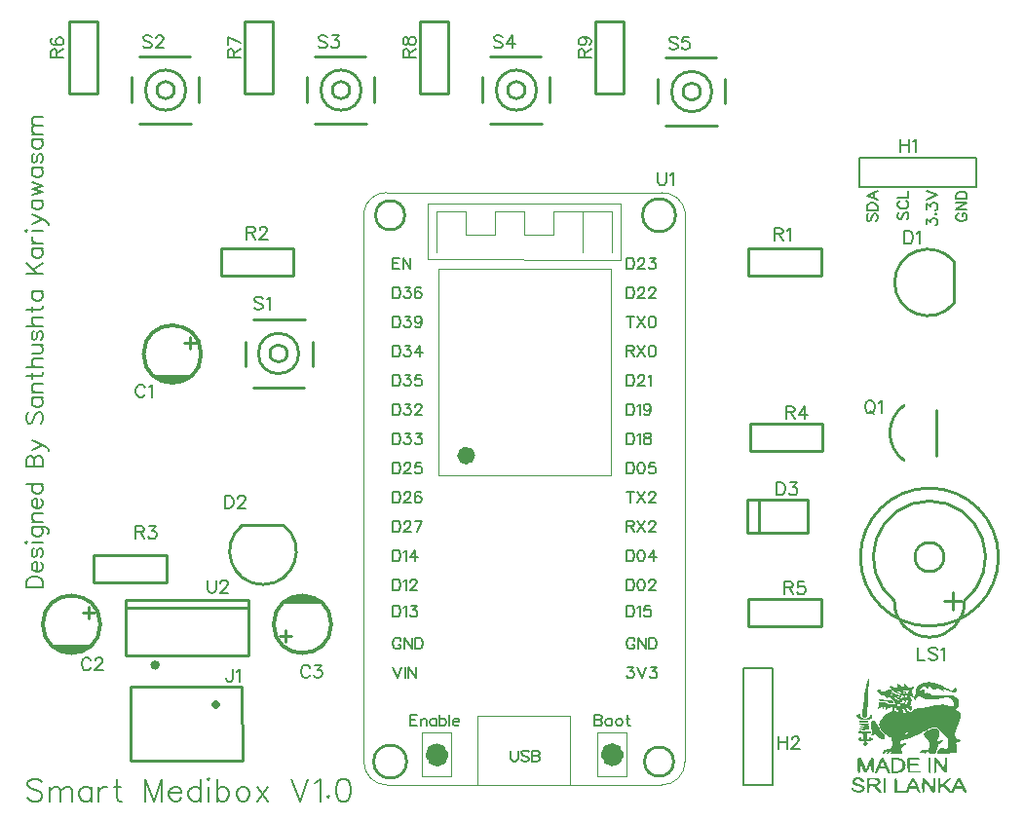
<source format=gto>
G04 Layer: TopSilkscreenLayer*
G04 EasyEDA v6.5.22, 2022-12-28 23:50:03*
G04 d063097526e5497293d9c31780fe4a5b,1c40624b1397419d878b7769f07bb2b0,10*
G04 Gerber Generator version 0.2*
G04 Scale: 100 percent, Rotated: No, Reflected: No *
G04 Dimensions in millimeters *
G04 leading zeros omitted , absolute positions ,4 integer and 5 decimal *
%FSLAX45Y45*%
%MOMM*%

%ADD10C,0.2032*%
%ADD11C,0.1524*%
%ADD12C,0.1501*%
%ADD13C,0.6000*%
%ADD14C,0.2540*%
%ADD15C,0.2030*%
%ADD16C,0.1199*%
%ADD17C,1.0000*%
%ADD18C,0.8001*%
%ADD19C,0.4000*%
%ADD20C,0.3000*%
%ADD21C,0.0162*%

%LPD*%
G36*
X7452817Y169672D02*
G01*
X7451852Y169621D01*
X7450480Y168249D01*
X7448753Y165506D01*
X7446670Y161493D01*
X7444231Y156159D01*
X7438542Y141681D01*
X7435799Y133502D01*
X7432954Y123698D01*
X7430058Y112471D01*
X7424216Y86360D01*
X7418425Y56540D01*
X7411466Y15951D01*
X7405268Y-26060D01*
X7401001Y-58928D01*
X7397546Y-89763D01*
X7395159Y-117348D01*
X7393940Y-140309D01*
X7393838Y-149656D01*
X7394143Y-157378D01*
X7394803Y-163322D01*
X7395260Y-165608D01*
X7395870Y-167335D01*
X7398918Y-171602D01*
X7403795Y-174396D01*
X7410450Y-175666D01*
X7418984Y-175463D01*
X7437831Y-173532D01*
X7442962Y3556D01*
X7445502Y68681D01*
X7448245Y119583D01*
X7449566Y137007D01*
X7450734Y147726D01*
X7453172Y161594D01*
X7453477Y165658D01*
X7453375Y168351D01*
G37*
G36*
X7965389Y132384D02*
G01*
X7956194Y131927D01*
X7947152Y130860D01*
X7938363Y129285D01*
X7929676Y127101D01*
X7921091Y124358D01*
X7912608Y121107D01*
X7901482Y115976D01*
X7895183Y112674D01*
X7889443Y109372D01*
X7884261Y105968D01*
X7879638Y102463D01*
X7875473Y98856D01*
X7871866Y95046D01*
X7868666Y91084D01*
X7865973Y86868D01*
X7863687Y82397D01*
X7861808Y77673D01*
X7860334Y72644D01*
X7859166Y67310D01*
X7858404Y61569D01*
X7857947Y55422D01*
X7857286Y39370D01*
X7855813Y31038D01*
X7853629Y24739D01*
X7850987Y21386D01*
X7848346Y18542D01*
X7846161Y13563D01*
X7844688Y7213D01*
X7844180Y101D01*
X7844688Y-7010D01*
X7846161Y-13411D01*
X7848346Y-18389D01*
X7850987Y-21234D01*
X7853629Y-22047D01*
X7855813Y-21386D01*
X7857286Y-19456D01*
X7858759Y-12344D01*
X7861401Y-7518D01*
X7865313Y-2540D01*
X7870088Y1981D01*
X7874000Y4978D01*
X7877657Y7010D01*
X7881366Y8026D01*
X7885582Y8026D01*
X7890764Y6908D01*
X7897317Y4622D01*
X7905648Y1168D01*
X7921701Y-6045D01*
X7931607Y-10160D01*
X7940649Y-13208D01*
X7949692Y-15341D01*
X7959496Y-16662D01*
X7970875Y-17221D01*
X7984591Y-17221D01*
X8017865Y-15900D01*
X8044078Y-13970D01*
X8068970Y-11277D01*
X8080044Y-9753D01*
X8089696Y-8128D01*
X8097520Y-6553D01*
X8106918Y-4165D01*
X8113014Y-2946D01*
X8118906Y-2133D01*
X8124596Y-1625D01*
X8130082Y-1524D01*
X8135366Y-1727D01*
X8140446Y-2336D01*
X8145272Y-3251D01*
X8149844Y-4521D01*
X8154212Y-6096D01*
X8158327Y-8026D01*
X8162188Y-10261D01*
X8165795Y-12801D01*
X8169097Y-15697D01*
X8172145Y-18846D01*
X8174888Y-22352D01*
X8177326Y-26111D01*
X8179511Y-30226D01*
X8181340Y-34544D01*
X8182864Y-39217D01*
X8184083Y-44145D01*
X8184946Y-49326D01*
X8185454Y-54813D01*
X8185607Y-60502D01*
X8185454Y-65582D01*
X8184845Y-69799D01*
X8183676Y-73202D01*
X8181898Y-75742D01*
X8179308Y-77520D01*
X8175904Y-78486D01*
X8171484Y-78689D01*
X8165998Y-78130D01*
X8159292Y-76860D01*
X8151266Y-74828D01*
X8122005Y-65989D01*
X8114182Y-63957D01*
X8106664Y-62534D01*
X8098790Y-61874D01*
X8089798Y-61976D01*
X8078978Y-62839D01*
X8065668Y-64516D01*
X8028686Y-70459D01*
X7956143Y-82804D01*
X7899908Y-91541D01*
X7879740Y-94335D01*
X7862519Y-96367D01*
X7854188Y-97739D01*
X7847380Y-99263D01*
X7841894Y-101142D01*
X7837525Y-103428D01*
X7834020Y-106172D01*
X7831175Y-109474D01*
X7825689Y-118668D01*
X7822387Y-122732D01*
X7818831Y-125526D01*
X7815072Y-127101D01*
X7811109Y-127457D01*
X7806994Y-126542D01*
X7802727Y-124460D01*
X7794904Y-118414D01*
X7792720Y-117754D01*
X7791754Y-119126D01*
X7791754Y-125831D01*
X7790637Y-128422D01*
X7788757Y-130200D01*
X7786217Y-130860D01*
X7783779Y-130098D01*
X7782001Y-128016D01*
X7781137Y-124968D01*
X7781493Y-116128D01*
X7780629Y-109575D01*
X7778800Y-102362D01*
X7774228Y-90017D01*
X7772958Y-85902D01*
X7772450Y-82804D01*
X7772653Y-80822D01*
X7773568Y-79857D01*
X7775092Y-79959D01*
X7777225Y-81127D01*
X7779969Y-83261D01*
X7783220Y-86461D01*
X7786928Y-90627D01*
X7804708Y-113690D01*
X7807858Y-117094D01*
X7810347Y-118922D01*
X7812379Y-119278D01*
X7814106Y-118262D01*
X7815732Y-115976D01*
X7817459Y-112471D01*
X7820101Y-105359D01*
X7821879Y-98348D01*
X7822844Y-91744D01*
X7822946Y-85801D01*
X7822234Y-80822D01*
X7820710Y-77114D01*
X7818424Y-74930D01*
X7815376Y-74523D01*
X7811160Y-73456D01*
X7805928Y-69342D01*
X7800238Y-62890D01*
X7794904Y-54762D01*
X7788706Y-44500D01*
X7784998Y-40030D01*
X7783169Y-41046D01*
X7782255Y-52120D01*
X7781036Y-56032D01*
X7779207Y-58775D01*
X7776819Y-60299D01*
X7774076Y-60604D01*
X7771079Y-59639D01*
X7767929Y-57302D01*
X7764830Y-53593D01*
X7763509Y-50546D01*
X7763611Y-47752D01*
X7765084Y-45415D01*
X7767828Y-43942D01*
X7770977Y-41503D01*
X7773619Y-36576D01*
X7775448Y-29921D01*
X7776260Y-22250D01*
X7776464Y-16306D01*
X7776870Y-12242D01*
X7777632Y-10210D01*
X7778953Y-10363D01*
X7780985Y-12750D01*
X7783880Y-17576D01*
X7792923Y-34950D01*
X7800949Y-49631D01*
X7804505Y-55372D01*
X7807655Y-59943D01*
X7810347Y-63398D01*
X7812633Y-65582D01*
X7814411Y-66598D01*
X7815580Y-66294D01*
X7816189Y-64668D01*
X7816189Y-61722D01*
X7815478Y-57404D01*
X7814056Y-51714D01*
X7812836Y-45618D01*
X7812938Y-40792D01*
X7814259Y-37592D01*
X7816697Y-36474D01*
X7819847Y-35864D01*
X7822082Y-34086D01*
X7823453Y-31292D01*
X7824012Y-27736D01*
X7823758Y-23418D01*
X7822793Y-18542D01*
X7821066Y-13309D01*
X7818729Y-7823D01*
X7815732Y-2235D01*
X7812125Y3352D01*
X7808010Y8686D01*
X7803388Y13716D01*
X7783118Y33578D01*
X7782915Y16459D01*
X7782306Y10109D01*
X7780934Y5384D01*
X7778902Y2794D01*
X7776464Y2794D01*
X7773822Y3606D01*
X7771282Y3200D01*
X7769098Y1676D01*
X7765592Y-3708D01*
X7762240Y-4673D01*
X7757159Y-3606D01*
X7743596Y1981D01*
X7738973Y2895D01*
X7736128Y2286D01*
X7735062Y304D01*
X7735722Y-2895D01*
X7738211Y-7112D01*
X7742478Y-12293D01*
X7753350Y-22961D01*
X7757210Y-27736D01*
X7760055Y-32207D01*
X7761782Y-36068D01*
X7762290Y-39014D01*
X7761478Y-40792D01*
X7759192Y-41046D01*
X7753096Y-38811D01*
X7751775Y-39573D01*
X7751673Y-41808D01*
X7752791Y-45262D01*
X7753654Y-49072D01*
X7752842Y-51917D01*
X7750708Y-53746D01*
X7747406Y-54610D01*
X7743342Y-54457D01*
X7738821Y-53187D01*
X7734046Y-50850D01*
X7725460Y-44805D01*
X7722920Y-45720D01*
X7721600Y-50495D01*
X7721244Y-59588D01*
X7720634Y-67157D01*
X7719059Y-73355D01*
X7716723Y-77571D01*
X7711084Y-80873D01*
X7709001Y-85699D01*
X7708288Y-89916D01*
X7714386Y-89916D01*
X7714640Y-87172D01*
X7715503Y-85750D01*
X7716875Y-85547D01*
X7718958Y-86715D01*
X7721650Y-89204D01*
X7725054Y-93065D01*
X7734198Y-105003D01*
X7748524Y-124764D01*
X7740192Y-82143D01*
X7757159Y-103428D01*
X7762443Y-110693D01*
X7766405Y-117500D01*
X7769098Y-123698D01*
X7770418Y-129133D01*
X7770418Y-133654D01*
X7768996Y-137058D01*
X7766202Y-139242D01*
X7761986Y-140004D01*
X7759649Y-139141D01*
X7756194Y-136753D01*
X7751775Y-133146D01*
X7746746Y-128574D01*
X7735722Y-117551D01*
X7725257Y-105968D01*
X7720888Y-100634D01*
X7717485Y-96012D01*
X7715199Y-92354D01*
X7714386Y-89916D01*
X7708288Y-89916D01*
X7707782Y-92913D01*
X7707731Y-101955D01*
X7708341Y-121818D01*
X7707934Y-127660D01*
X7706918Y-131013D01*
X7705140Y-132080D01*
X7702499Y-131013D01*
X7698943Y-128016D01*
X7688325Y-117551D01*
X7683703Y-114655D01*
X7680248Y-114554D01*
X7676591Y-118770D01*
X7675372Y-117602D01*
X7674457Y-113944D01*
X7673949Y-108051D01*
X7674203Y-101346D01*
X7675372Y-96367D01*
X7677251Y-93167D01*
X7679690Y-91795D01*
X7682484Y-92252D01*
X7685481Y-94589D01*
X7688478Y-98806D01*
X7694218Y-111353D01*
X7696453Y-112064D01*
X7698638Y-106629D01*
X7701381Y-94335D01*
X7703007Y-82651D01*
X7702854Y-73406D01*
X7700721Y-66090D01*
X7696657Y-60350D01*
X7691983Y-55270D01*
X7688986Y-51054D01*
X7687462Y-47904D01*
X7687411Y-45821D01*
X7688783Y-45059D01*
X7691526Y-45720D01*
X7695488Y-47853D01*
X7708493Y-57658D01*
X7712557Y-59385D01*
X7714132Y-56641D01*
X7714386Y-49174D01*
X7714996Y-42672D01*
X7717129Y-39166D01*
X7721346Y-38201D01*
X7728051Y-39522D01*
X7733538Y-39979D01*
X7737754Y-38303D01*
X7740700Y-35102D01*
X7742275Y-30835D01*
X7742326Y-26111D01*
X7740751Y-21488D01*
X7737500Y-17475D01*
X7732471Y-14630D01*
X7728864Y-12293D01*
X7726629Y-8280D01*
X7725765Y-2946D01*
X7726425Y3454D01*
X7727848Y9245D01*
X7729321Y13512D01*
X7731099Y16256D01*
X7733284Y17475D01*
X7736078Y17272D01*
X7739634Y15646D01*
X7744104Y12649D01*
X7756550Y2997D01*
X7760309Y1270D01*
X7761884Y3149D01*
X7762189Y8636D01*
X7762748Y12395D01*
X7764221Y14884D01*
X7766405Y15951D01*
X7769047Y15290D01*
X7771790Y15189D01*
X7773924Y17830D01*
X7775346Y22961D01*
X7775854Y30175D01*
X7775244Y38608D01*
X7773263Y44399D01*
X7769809Y47752D01*
X7764780Y48818D01*
X7759547Y48412D01*
X7757464Y47040D01*
X7758379Y44246D01*
X7762189Y39674D01*
X7764068Y37033D01*
X7764373Y34747D01*
X7763306Y32969D01*
X7761020Y31597D01*
X7757668Y30632D01*
X7753502Y30175D01*
X7748574Y30175D01*
X7743088Y30632D01*
X7737246Y31546D01*
X7731201Y33020D01*
X7725054Y34950D01*
X7711897Y40487D01*
X7708646Y41351D01*
X7709001Y39928D01*
X7716723Y32054D01*
X7719466Y28549D01*
X7721041Y25704D01*
X7721447Y23469D01*
X7720888Y21793D01*
X7719314Y20777D01*
X7716875Y20269D01*
X7713624Y20421D01*
X7709611Y21082D01*
X7704988Y22301D01*
X7699756Y24130D01*
X7694066Y26416D01*
X7687919Y29311D01*
X7681417Y32715D01*
X7674711Y36626D01*
X7656525Y48310D01*
X7650835Y51155D01*
X7650073Y49733D01*
X7653477Y44196D01*
X7656931Y37896D01*
X7658658Y31750D01*
X7658862Y26009D01*
X7657693Y21183D01*
X7655306Y17627D01*
X7651902Y15697D01*
X7647584Y15849D01*
X7642606Y18389D01*
X7638288Y22352D01*
X7635240Y26873D01*
X7633411Y31699D01*
X7632852Y36677D01*
X7633512Y41706D01*
X7635392Y46532D01*
X7638542Y51054D01*
X7642910Y55067D01*
X7648752Y58470D01*
X7654239Y58978D01*
X7660436Y56438D01*
X7668514Y50596D01*
X7677403Y43637D01*
X7684719Y38404D01*
X7690459Y34848D01*
X7694726Y32969D01*
X7697520Y32766D01*
X7698892Y34188D01*
X7698892Y37287D01*
X7696098Y46939D01*
X7695692Y50596D01*
X7696453Y52933D01*
X7698536Y54000D01*
X7701940Y53848D01*
X7706766Y52374D01*
X7713167Y49682D01*
X7728864Y42011D01*
X7734858Y39370D01*
X7739380Y37846D01*
X7742529Y37439D01*
X7744459Y38150D01*
X7745323Y40030D01*
X7745171Y43078D01*
X7743494Y50342D01*
X7743698Y52730D01*
X7744917Y54610D01*
X7747304Y55981D01*
X7751064Y56946D01*
X7756347Y57556D01*
X7772247Y57962D01*
X7786776Y57607D01*
X7791551Y57200D01*
X7794752Y56540D01*
X7796428Y55676D01*
X7796682Y54508D01*
X7795615Y53086D01*
X7790586Y49276D01*
X7788960Y47193D01*
X7788554Y44856D01*
X7789367Y42164D01*
X7791500Y38912D01*
X7795056Y35001D01*
X7800136Y30124D01*
X7830515Y3759D01*
X7830515Y20624D01*
X7829956Y27990D01*
X7828534Y35712D01*
X7826451Y42824D01*
X7821422Y54203D01*
X7821625Y59436D01*
X7824673Y64617D01*
X7830718Y70307D01*
X7835747Y74625D01*
X7839659Y78587D01*
X7842453Y82042D01*
X7844180Y85090D01*
X7844790Y87680D01*
X7844332Y89712D01*
X7842808Y91236D01*
X7840268Y92202D01*
X7836712Y92557D01*
X7832140Y92303D01*
X7826603Y91389D01*
X7812379Y87782D01*
X7806181Y86614D01*
X7801051Y86360D01*
X7796530Y87172D01*
X7792212Y89204D01*
X7787640Y92608D01*
X7782356Y97536D01*
X7769859Y110337D01*
X7765135Y114909D01*
X7761630Y117957D01*
X7759090Y119481D01*
X7757414Y119532D01*
X7756398Y118160D01*
X7755839Y115519D01*
X7755636Y111607D01*
X7754924Y105003D01*
X7753197Y99923D01*
X7750505Y96418D01*
X7746898Y94488D01*
X7742529Y94132D01*
X7737398Y95453D01*
X7731658Y98348D01*
X7718653Y108204D01*
X7712659Y112014D01*
X7707477Y114350D01*
X7703261Y115316D01*
X7700111Y114858D01*
X7698181Y112928D01*
X7697571Y109575D01*
X7699349Y99974D01*
X7699248Y95707D01*
X7698231Y91998D01*
X7696403Y88950D01*
X7693761Y86512D01*
X7690561Y84734D01*
X7686751Y83667D01*
X7682534Y83362D01*
X7677912Y83870D01*
X7673086Y85191D01*
X7668056Y87426D01*
X7655306Y95097D01*
X7647533Y98298D01*
X7640624Y99923D01*
X7635443Y99568D01*
X7628280Y95808D01*
X7625994Y91389D01*
X7628534Y86969D01*
X7635849Y83159D01*
X7639964Y81534D01*
X7642961Y79857D01*
X7644892Y78181D01*
X7645704Y76454D01*
X7645450Y74726D01*
X7644079Y72948D01*
X7641640Y71170D01*
X7638186Y69443D01*
X7633614Y67665D01*
X7628026Y65887D01*
X7621371Y64160D01*
X7600137Y59537D01*
X7576464Y53746D01*
X7569250Y51612D01*
X7563916Y50342D01*
X7560208Y50800D01*
X7558024Y52984D01*
X7556804Y60858D01*
X7555484Y64617D01*
X7553502Y67716D01*
X7551115Y69799D01*
X7546898Y71272D01*
X7542377Y71526D01*
X7537703Y70662D01*
X7533233Y68884D01*
X7529271Y66294D01*
X7526070Y63093D01*
X7523937Y59385D01*
X7523175Y55321D01*
X7523784Y51562D01*
X7525512Y47447D01*
X7528204Y43230D01*
X7531709Y38912D01*
X7535773Y34747D01*
X7540294Y30835D01*
X7545019Y27279D01*
X7549896Y24282D01*
X7554671Y21945D01*
X7559141Y20370D01*
X7563205Y19761D01*
X7566710Y20269D01*
X7571638Y20624D01*
X7577023Y18694D01*
X7582509Y14681D01*
X7592618Y3149D01*
X7597851Y-1219D01*
X7603032Y-4114D01*
X7607960Y-5537D01*
X7612278Y-5435D01*
X7615681Y-3810D01*
X7617968Y-558D01*
X7619288Y6400D01*
X7620762Y7315D01*
X7622997Y7213D01*
X7625943Y6146D01*
X7628057Y5029D01*
X7672679Y5130D01*
X7677759Y2946D01*
X7684262Y-1016D01*
X7699959Y-12903D01*
X7704785Y-15697D01*
X7706461Y-14884D01*
X7705242Y-10566D01*
X7696149Y10718D01*
X7693914Y16459D01*
X7694218Y18338D01*
X7697724Y16408D01*
X7705293Y10718D01*
X7710474Y5486D01*
X7714437Y-812D01*
X7716824Y-7467D01*
X7717231Y-13665D01*
X7714945Y-29159D01*
X7712862Y-28600D01*
X7707477Y-25654D01*
X7699705Y-20828D01*
X7690307Y-14579D01*
X7681264Y-7975D01*
X7674356Y-2082D01*
X7670342Y2489D01*
X7669834Y5029D01*
X7628057Y5029D01*
X7633462Y1625D01*
X7637830Y-1676D01*
X7647025Y-9702D01*
X7656169Y-18999D01*
X7660386Y-23876D01*
X7664246Y-28752D01*
X7667599Y-33578D01*
X7670342Y-38150D01*
X7672324Y-42418D01*
X7678724Y-58724D01*
X7633309Y-58013D01*
X7625842Y-57556D01*
X7619542Y-56896D01*
X7614361Y-55981D01*
X7610348Y-54864D01*
X7607452Y-53543D01*
X7605725Y-51968D01*
X7605166Y-50190D01*
X7603337Y-46939D01*
X7598054Y-44551D01*
X7589672Y-43078D01*
X7567168Y-42265D01*
X7556398Y-41503D01*
X7547305Y-40386D01*
X7541158Y-38963D01*
X7536027Y-38049D01*
X7533436Y-40233D01*
X7533081Y-46380D01*
X7534656Y-57200D01*
X7535672Y-66903D01*
X7535214Y-75590D01*
X7533335Y-82854D01*
X7530033Y-88188D01*
X7527239Y-91592D01*
X7525766Y-94183D01*
X7525461Y-96113D01*
X7526223Y-97282D01*
X7527950Y-97790D01*
X7530490Y-97586D01*
X7533741Y-96774D01*
X7537551Y-95300D01*
X7541818Y-93268D01*
X7546441Y-90627D01*
X7551267Y-87426D01*
X7556144Y-83667D01*
X7572959Y-69951D01*
X7568742Y-89763D01*
X7567218Y-97942D01*
X7566710Y-103885D01*
X7567117Y-107543D01*
X7568234Y-108915D01*
X7570063Y-108000D01*
X7572502Y-104749D01*
X7575448Y-99212D01*
X7582052Y-84175D01*
X7585608Y-78384D01*
X7589062Y-74472D01*
X7591907Y-72999D01*
X7593939Y-73710D01*
X7595006Y-75590D01*
X7595108Y-78384D01*
X7594092Y-81788D01*
X7593177Y-86055D01*
X7593533Y-91186D01*
X7595006Y-96621D01*
X7597495Y-101549D01*
X7601102Y-106629D01*
X7603337Y-108559D01*
X7604506Y-107340D01*
X7604912Y-103124D01*
X7605826Y-98501D01*
X7608214Y-92913D01*
X7611668Y-87122D01*
X7615885Y-81788D01*
X7621930Y-75336D01*
X7624724Y-73406D01*
X7624978Y-76098D01*
X7623352Y-83667D01*
X7622489Y-89001D01*
X7622743Y-93014D01*
X7623911Y-95707D01*
X7625842Y-96977D01*
X7628381Y-96824D01*
X7631328Y-95199D01*
X7634630Y-92049D01*
X7638034Y-87376D01*
X7641488Y-83210D01*
X7645095Y-81076D01*
X7648651Y-80721D01*
X7652003Y-82092D01*
X7654798Y-84988D01*
X7656931Y-89255D01*
X7658100Y-94742D01*
X7658100Y-101295D01*
X7656220Y-108661D01*
X7651902Y-115214D01*
X7645196Y-121056D01*
X7636002Y-126085D01*
X7623911Y-132029D01*
X7612176Y-138633D01*
X7601000Y-145796D01*
X7590383Y-153416D01*
X7580579Y-161442D01*
X7571587Y-169722D01*
X7567472Y-173888D01*
X7560106Y-182321D01*
X7553909Y-190703D01*
X7551267Y-194868D01*
X7547102Y-203047D01*
X7544816Y-208788D01*
X7542936Y-214426D01*
X7541463Y-219913D01*
X7540447Y-225298D01*
X7539837Y-230581D01*
X7539685Y-235813D01*
X7540040Y-240995D01*
X7540802Y-246176D01*
X7542072Y-251358D01*
X7543800Y-256540D01*
X7546035Y-261772D01*
X7548727Y-267055D01*
X7551978Y-272440D01*
X7555687Y-277926D01*
X7562151Y-286207D01*
X7627670Y-286207D01*
X7627874Y-274523D01*
X7628483Y-267462D01*
X7629398Y-265582D01*
X7630515Y-269443D01*
X7631379Y-277266D01*
X7631684Y-286207D01*
X7631379Y-295097D01*
X7630515Y-302920D01*
X7629398Y-306781D01*
X7628483Y-304952D01*
X7627874Y-297891D01*
X7627670Y-286207D01*
X7562151Y-286207D01*
X7570063Y-295249D01*
X7582357Y-307746D01*
X7597952Y-322224D01*
X7611262Y-334162D01*
X7620152Y-341223D01*
X7623302Y-343052D01*
X7625791Y-343916D01*
X7627670Y-343865D01*
X7629144Y-342849D01*
X7630312Y-341071D01*
X7633462Y-331368D01*
X7634630Y-328980D01*
X7635798Y-328269D01*
X7637119Y-329234D01*
X7638542Y-332079D01*
X7640269Y-336804D01*
X7644638Y-352450D01*
X7648549Y-369062D01*
X7650124Y-376732D01*
X7652308Y-390753D01*
X7652918Y-397154D01*
X7653274Y-408736D01*
X7652969Y-413918D01*
X7652359Y-418744D01*
X7651394Y-423214D01*
X7650124Y-427329D01*
X7648549Y-431088D01*
X7646619Y-434492D01*
X7644384Y-437591D01*
X7641793Y-440334D01*
X7638846Y-442772D01*
X7635595Y-444906D01*
X7631988Y-446785D01*
X7628026Y-448309D01*
X7623708Y-449580D01*
X7619034Y-450596D01*
X7614005Y-451358D01*
X7600950Y-452526D01*
X7594600Y-453491D01*
X7589266Y-454863D01*
X7584846Y-456692D01*
X7581087Y-459130D01*
X7577836Y-462229D01*
X7574940Y-466140D01*
X7572095Y-470916D01*
X7569403Y-476351D01*
X7567523Y-480974D01*
X7566406Y-484784D01*
X7566152Y-487781D01*
X7566659Y-489915D01*
X7567980Y-491286D01*
X7570063Y-491743D01*
X7572959Y-491439D01*
X7576616Y-490270D01*
X7581036Y-488238D01*
X7586218Y-485343D01*
X7598816Y-477215D01*
X7607198Y-472135D01*
X7609179Y-471424D01*
X7609840Y-471932D01*
X7609382Y-473608D01*
X7602677Y-485851D01*
X7601661Y-489661D01*
X7602270Y-491998D01*
X7604506Y-492759D01*
X7608265Y-491998D01*
X7613497Y-489762D01*
X7620101Y-485952D01*
X7634325Y-476707D01*
X7639405Y-474218D01*
X7643215Y-473151D01*
X7645552Y-473405D01*
X7646365Y-474878D01*
X7645450Y-477520D01*
X7642707Y-481228D01*
X7637881Y-485952D01*
X7636306Y-487934D01*
X7636408Y-489508D01*
X7638389Y-490778D01*
X7642402Y-491743D01*
X7648651Y-492455D01*
X7657338Y-492963D01*
X7682534Y-493268D01*
X7702042Y-493064D01*
X7710068Y-492709D01*
X7717078Y-492150D01*
X7723022Y-491388D01*
X7728000Y-490423D01*
X7732064Y-489102D01*
X7735265Y-487476D01*
X7737602Y-485546D01*
X7739176Y-483209D01*
X7739989Y-480466D01*
X7740142Y-477316D01*
X7739634Y-473659D01*
X7738567Y-469493D01*
X7736941Y-464820D01*
X7732623Y-454050D01*
X7731353Y-449478D01*
X7731252Y-445516D01*
X7732420Y-441756D01*
X7735011Y-437946D01*
X7739278Y-433679D01*
X7745323Y-428650D01*
X7758734Y-418338D01*
X7763306Y-414477D01*
X7767066Y-410972D01*
X7769961Y-407822D01*
X7772044Y-405079D01*
X7773314Y-402742D01*
X7773720Y-400812D01*
X7773365Y-399288D01*
X7772146Y-398221D01*
X7770164Y-397560D01*
X7767370Y-397408D01*
X7763814Y-397662D01*
X7759446Y-398373D01*
X7754315Y-399592D01*
X7741767Y-403504D01*
X7731150Y-407111D01*
X7722463Y-409803D01*
X7716570Y-411276D01*
X7714386Y-411327D01*
X7714894Y-407771D01*
X7716316Y-402945D01*
X7718501Y-397103D01*
X7721346Y-390499D01*
X7728661Y-375818D01*
X7737195Y-360629D01*
X7741666Y-353364D01*
X7746085Y-346710D01*
X7750352Y-340817D01*
X7758582Y-330911D01*
X7767777Y-319278D01*
X7776972Y-306679D01*
X7785049Y-294589D01*
X7793888Y-280162D01*
X7798460Y-273456D01*
X7801609Y-269748D01*
X7802880Y-269697D01*
X7802676Y-271729D01*
X7801914Y-274421D01*
X7798816Y-281584D01*
X7793939Y-290576D01*
X7787690Y-300888D01*
X7780375Y-311912D01*
X7772450Y-323037D01*
X7764170Y-333756D01*
X7747914Y-352856D01*
X7741666Y-360883D01*
X7737805Y-366674D01*
X7737043Y-369316D01*
X7738160Y-369976D01*
X7739786Y-370382D01*
X7744307Y-370484D01*
X7750556Y-369671D01*
X7758328Y-367995D01*
X7767472Y-365556D01*
X7777784Y-362407D01*
X7801457Y-354228D01*
X7827975Y-343865D01*
X7856169Y-331927D01*
X7884718Y-318820D01*
X7898739Y-312013D01*
X7912353Y-305104D01*
X7950555Y-284327D01*
X7963357Y-278231D01*
X7975955Y-273050D01*
X7988147Y-268833D01*
X7999780Y-265582D01*
X8010702Y-263398D01*
X8020710Y-262229D01*
X8025282Y-262077D01*
X8029600Y-262229D01*
X8033613Y-262636D01*
X8037271Y-263347D01*
X8040573Y-264363D01*
X8043468Y-265684D01*
X8047532Y-268579D01*
X8054136Y-273964D01*
X8072831Y-290576D01*
X8095488Y-311912D01*
X8137804Y-352907D01*
X8137804Y-407517D01*
X8137398Y-422554D01*
X8136940Y-428548D01*
X8136280Y-433628D01*
X8135366Y-437794D01*
X8134096Y-441147D01*
X8132521Y-443738D01*
X8130489Y-445617D01*
X8128050Y-446836D01*
X8125104Y-447446D01*
X8121599Y-447497D01*
X8117535Y-447090D01*
X8107527Y-444906D01*
X8101482Y-443280D01*
X8094472Y-441706D01*
X8087868Y-440842D01*
X8081721Y-440740D01*
X8075980Y-441401D01*
X8070646Y-442823D01*
X8065770Y-444957D01*
X8061350Y-447801D01*
X8057337Y-451408D01*
X8053781Y-455777D01*
X8050733Y-460806D01*
X8048091Y-466598D01*
X8045907Y-473151D01*
X8044281Y-480110D01*
X8043722Y-485495D01*
X8044281Y-489305D01*
X8045856Y-491439D01*
X8048548Y-491998D01*
X8052308Y-490931D01*
X8057134Y-488289D01*
X8070138Y-478332D01*
X8073796Y-476351D01*
X8074355Y-477926D01*
X8071307Y-486968D01*
X8071459Y-489966D01*
X8072932Y-491947D01*
X8075675Y-492963D01*
X8079638Y-492912D01*
X8084718Y-491845D01*
X8090916Y-489712D01*
X8104378Y-483870D01*
X8107934Y-482955D01*
X8108899Y-483870D01*
X8107527Y-486613D01*
X8107070Y-489508D01*
X8110220Y-491591D01*
X8116976Y-492861D01*
X8127187Y-493268D01*
X8136636Y-492912D01*
X8144357Y-491845D01*
X8149539Y-490270D01*
X8151469Y-488340D01*
X8154060Y-486460D01*
X8161020Y-484936D01*
X8171332Y-484022D01*
X8183930Y-483768D01*
X8216341Y-484174D01*
X8215122Y-442518D01*
X8214004Y-429107D01*
X8212378Y-417830D01*
X8211464Y-413359D01*
X8210448Y-410006D01*
X8208264Y-404926D01*
X8208619Y-401929D01*
X8210245Y-398932D01*
X8212937Y-396138D01*
X8216544Y-393649D01*
X8220862Y-391668D01*
X8225688Y-390347D01*
X8230870Y-389839D01*
X8234527Y-389128D01*
X8238693Y-387248D01*
X8242858Y-384505D01*
X8246567Y-381152D01*
X8249716Y-376682D01*
X8248954Y-373430D01*
X8243824Y-370890D01*
X8228787Y-367284D01*
X8224266Y-365760D01*
X8220100Y-363880D01*
X8216290Y-361645D01*
X8212886Y-359054D01*
X8209889Y-356108D01*
X8207197Y-352856D01*
X8204962Y-349250D01*
X8203031Y-345287D01*
X8201558Y-341020D01*
X8200390Y-336448D01*
X8199628Y-331520D01*
X8199272Y-326288D01*
X8199272Y-320751D01*
X8199678Y-314909D01*
X8200440Y-308762D01*
X8201558Y-302310D01*
X8203082Y-295554D01*
X8205012Y-288493D01*
X8207298Y-281178D01*
X8209991Y-273558D01*
X8216544Y-257454D01*
X8223250Y-242570D01*
X8228838Y-228803D01*
X8233968Y-214426D01*
X8238439Y-200152D01*
X8241995Y-186791D01*
X8244382Y-175107D01*
X8245094Y-170129D01*
X8246160Y-159461D01*
X8246618Y-151028D01*
X8246364Y-144373D01*
X8245246Y-139039D01*
X8243062Y-134518D01*
X8239709Y-130352D01*
X8234984Y-126085D01*
X8208721Y-106172D01*
X8221014Y-88087D01*
X8224520Y-82448D01*
X8227466Y-76708D01*
X8229853Y-70866D01*
X8231733Y-65024D01*
X8233003Y-59131D01*
X8233765Y-53289D01*
X8234019Y-47447D01*
X8233714Y-41757D01*
X8232851Y-36169D01*
X8231479Y-30733D01*
X8229600Y-25501D01*
X8227212Y-20523D01*
X8224266Y-15747D01*
X8220811Y-11328D01*
X8216900Y-7213D01*
X8212429Y-3505D01*
X8202828Y2997D01*
X8192211Y8991D01*
X8181898Y13817D01*
X8177225Y15595D01*
X8173161Y16814D01*
X8165896Y18186D01*
X8156346Y19253D01*
X8144865Y20066D01*
X8131962Y20624D01*
X8103463Y20929D01*
X8088782Y20726D01*
X8060639Y19507D01*
X8048091Y18542D01*
X8037118Y17373D01*
X8021015Y14630D01*
X8014868Y13970D01*
X8009483Y14020D01*
X8004454Y14782D01*
X7999577Y16408D01*
X7994548Y18897D01*
X7989062Y22352D01*
X7974126Y33223D01*
X7967319Y37846D01*
X7962188Y40690D01*
X7958429Y41757D01*
X7955889Y41097D01*
X7954314Y38760D01*
X7953502Y34747D01*
X7952892Y21386D01*
X7951673Y18643D01*
X7948574Y20726D01*
X7942681Y27482D01*
X7938871Y33375D01*
X7936382Y40132D01*
X7935468Y47040D01*
X7936179Y53390D01*
X7936534Y58674D01*
X7934553Y62839D01*
X7930743Y65836D01*
X7925562Y67513D01*
X7919415Y67868D01*
X7912862Y66700D01*
X7906258Y64058D01*
X7900162Y59791D01*
X7895793Y56438D01*
X7893100Y55473D01*
X7891881Y56591D01*
X7892135Y59436D01*
X7893761Y63601D01*
X7896656Y68884D01*
X7900720Y74879D01*
X7905851Y81229D01*
X7911236Y86614D01*
X7916519Y90474D01*
X7921904Y92760D01*
X7927492Y93472D01*
X7933436Y92659D01*
X7939836Y90271D01*
X7946847Y86309D01*
X7960918Y76708D01*
X7964627Y76758D01*
X7966811Y81737D01*
X7968335Y92405D01*
X7970520Y112776D01*
X8001000Y70104D01*
X8001101Y87223D01*
X8001660Y94183D01*
X8003184Y98755D01*
X8005521Y100838D01*
X8008721Y100228D01*
X8011363Y97485D01*
X8013090Y93065D01*
X8013700Y87579D01*
X8012430Y75488D01*
X8013344Y71018D01*
X8015528Y68275D01*
X8018830Y67259D01*
X8022945Y67919D01*
X8027720Y70307D01*
X8032851Y74422D01*
X8038185Y80314D01*
X8043875Y87071D01*
X8047583Y89662D01*
X8050326Y88290D01*
X8053070Y83159D01*
X8055965Y78892D01*
X8060893Y74269D01*
X8067395Y69545D01*
X8074863Y65074D01*
X8082788Y61061D01*
X8090662Y57810D01*
X8097977Y55676D01*
X8104174Y54914D01*
X8107222Y55473D01*
X8108035Y57353D01*
X8106562Y60553D01*
X8097164Y71628D01*
X8096859Y72694D01*
X8097621Y73050D01*
X8099653Y72745D01*
X8108442Y69951D01*
X8159292Y50698D01*
X8167725Y48056D01*
X8175345Y46228D01*
X8182203Y45110D01*
X8188299Y44754D01*
X8193684Y45212D01*
X8198358Y46380D01*
X8202320Y48361D01*
X8205622Y51054D01*
X8208314Y54610D01*
X8210397Y58877D01*
X8211921Y63957D01*
X8212480Y69088D01*
X8211870Y73406D01*
X8210245Y76860D01*
X8207806Y79400D01*
X8204758Y81076D01*
X8201202Y81889D01*
X8197342Y81737D01*
X8193379Y80670D01*
X8189518Y78638D01*
X8185861Y75641D01*
X8182609Y71678D01*
X8178342Y63398D01*
X8176259Y61214D01*
X8173313Y60299D01*
X8169148Y60756D01*
X8163255Y62636D01*
X8155228Y66141D01*
X8114995Y86309D01*
X8099806Y93675D01*
X8085277Y100380D01*
X8071459Y106426D01*
X8058200Y111861D01*
X8045551Y116585D01*
X8033461Y120700D01*
X8021878Y124206D01*
X8010702Y127050D01*
X8000034Y129285D01*
X7989722Y130911D01*
X7979765Y131978D01*
X7970113Y132384D01*
G37*
G36*
X7643469Y40640D02*
G01*
X7641285Y40538D01*
X7639812Y39420D01*
X7639253Y37338D01*
X7639812Y34696D01*
X7641285Y31953D01*
X7643469Y29413D01*
X7646111Y27482D01*
X7648752Y26517D01*
X7650937Y26619D01*
X7652410Y27736D01*
X7652918Y29819D01*
X7652410Y32461D01*
X7650937Y35204D01*
X7648752Y37744D01*
X7646111Y39674D01*
G37*
G36*
X7554823Y-20421D02*
G01*
X7542580Y-20726D01*
X7538720Y-21132D01*
X7536281Y-21742D01*
X7535062Y-22606D01*
X7534960Y-23672D01*
X7535925Y-24942D01*
X7537805Y-26568D01*
X7540447Y-28448D01*
X7544053Y-30480D01*
X7548168Y-32156D01*
X7552740Y-33477D01*
X7557820Y-34442D01*
X7563408Y-35052D01*
X7569453Y-35306D01*
X7575956Y-35153D01*
X7596581Y-33782D01*
X7605522Y-34340D01*
X7610449Y-36474D01*
X7613599Y-43992D01*
X7618628Y-46583D01*
X7627162Y-48158D01*
X7639253Y-48666D01*
X7649870Y-48209D01*
X7658557Y-47091D01*
X7664450Y-45364D01*
X7666583Y-43281D01*
X7666278Y-40741D01*
X7665415Y-38354D01*
X7663942Y-36118D01*
X7661859Y-34086D01*
X7659166Y-32156D01*
X7655864Y-30429D01*
X7651902Y-28803D01*
X7647330Y-27381D01*
X7642047Y-26060D01*
X7629601Y-23926D01*
X7614361Y-22352D01*
X7596378Y-21285D01*
X7573924Y-20675D01*
G37*
G36*
X7363815Y-145694D02*
G01*
X7358380Y-146761D01*
X7352792Y-149148D01*
X7347508Y-152958D01*
X7344918Y-155702D01*
X7343190Y-158496D01*
X7342378Y-161340D01*
X7342276Y-164236D01*
X7342987Y-167081D01*
X7344460Y-169926D01*
X7346543Y-172770D01*
X7349337Y-175463D01*
X7352741Y-178104D01*
X7356703Y-180644D01*
X7361224Y-183032D01*
X7366203Y-185267D01*
X7371689Y-187350D01*
X7377582Y-189179D01*
X7383830Y-190804D01*
X7390485Y-192227D01*
X7397394Y-193344D01*
X7404608Y-194157D01*
X7412024Y-194665D01*
X7419644Y-194818D01*
X7426756Y-194665D01*
X7433614Y-194106D01*
X7440168Y-193243D01*
X7446365Y-192125D01*
X7452207Y-190652D01*
X7457643Y-188976D01*
X7462570Y-187045D01*
X7467041Y-184861D01*
X7471003Y-182524D01*
X7474356Y-179984D01*
X7477099Y-177292D01*
X7479182Y-174447D01*
X7480553Y-171551D01*
X7481214Y-168503D01*
X7481062Y-165404D01*
X7480147Y-162255D01*
X7477353Y-157784D01*
X7473696Y-154686D01*
X7469530Y-152908D01*
X7465263Y-152501D01*
X7461300Y-153365D01*
X7457998Y-155549D01*
X7455712Y-159004D01*
X7454290Y-168198D01*
X7452512Y-172059D01*
X7449515Y-175310D01*
X7445298Y-177952D01*
X7439914Y-179984D01*
X7433259Y-181457D01*
X7425385Y-182372D01*
X7416292Y-182626D01*
X7406690Y-182168D01*
X7398054Y-180695D01*
X7390638Y-178409D01*
X7384491Y-175412D01*
X7379868Y-171754D01*
X7376871Y-167538D01*
X7375702Y-162915D01*
X7377125Y-153365D01*
X7375855Y-149758D01*
X7372959Y-147269D01*
X7368794Y-145897D01*
G37*
G36*
X7484414Y-199491D02*
G01*
X7481163Y-199745D01*
X7478115Y-200812D01*
X7475372Y-202742D01*
X7472984Y-205536D01*
X7471359Y-208889D01*
X7470140Y-213614D01*
X7469225Y-219557D01*
X7468616Y-226364D01*
X7468362Y-233832D01*
X7468412Y-241706D01*
X7468768Y-249732D01*
X7470394Y-265226D01*
X7471664Y-272135D01*
X7473188Y-278180D01*
X7478572Y-292455D01*
X7479792Y-299974D01*
X7478674Y-306527D01*
X7475270Y-312877D01*
X7471816Y-318719D01*
X7470800Y-323088D01*
X7472375Y-326491D01*
X7476439Y-329539D01*
X7485176Y-333654D01*
X7491222Y-334365D01*
X7494727Y-331774D01*
X7495844Y-325780D01*
X7496098Y-321411D01*
X7496962Y-318668D01*
X7498740Y-317550D01*
X7501534Y-318312D01*
X7505598Y-320903D01*
X7511186Y-325577D01*
X7518501Y-332333D01*
X7532776Y-346049D01*
X7537805Y-350266D01*
X7542682Y-353872D01*
X7547457Y-356971D01*
X7552080Y-359562D01*
X7556550Y-361594D01*
X7560818Y-363169D01*
X7564932Y-364286D01*
X7568793Y-364896D01*
X7572400Y-365099D01*
X7575753Y-364845D01*
X7578801Y-364185D01*
X7581544Y-363118D01*
X7583931Y-361696D01*
X7586014Y-359867D01*
X7587691Y-357733D01*
X7588961Y-355193D01*
X7589875Y-352399D01*
X7590281Y-349250D01*
X7590281Y-345846D01*
X7589774Y-342138D01*
X7588758Y-338175D01*
X7587284Y-333959D01*
X7585202Y-329539D01*
X7582560Y-324866D01*
X7579359Y-320040D01*
X7575550Y-315010D01*
X7568031Y-306273D01*
X7561478Y-297942D01*
X7554620Y-288442D01*
X7547813Y-278282D01*
X7541463Y-267970D01*
X7535875Y-258064D01*
X7529372Y-245465D01*
X7525105Y-237998D01*
X7520838Y-231140D01*
X7516520Y-224891D01*
X7512202Y-219303D01*
X7507884Y-214325D01*
X7503668Y-210007D01*
X7499553Y-206451D01*
X7495489Y-203555D01*
X7491628Y-201422D01*
X7487920Y-200050D01*
G37*
G36*
X7401814Y-203454D02*
G01*
X7385812Y-203758D01*
X7378700Y-204165D01*
X7372502Y-204825D01*
X7367473Y-205638D01*
X7363917Y-206654D01*
X7362037Y-207924D01*
X7362037Y-210058D01*
X7364425Y-212394D01*
X7368895Y-214579D01*
X7374890Y-216357D01*
X7381240Y-217474D01*
X7388453Y-218186D01*
X7396378Y-218592D01*
X7404709Y-218643D01*
X7413142Y-218389D01*
X7421422Y-217881D01*
X7429246Y-217068D01*
X7436408Y-216052D01*
X7442606Y-214833D01*
X7447534Y-213410D01*
X7450988Y-211785D01*
X7452664Y-210058D01*
X7452106Y-208737D01*
X7449718Y-207568D01*
X7445705Y-206552D01*
X7440320Y-205638D01*
X7426452Y-204266D01*
X7410196Y-203555D01*
G37*
G36*
X7392212Y-228142D02*
G01*
X7378649Y-228701D01*
X7373416Y-229209D01*
X7369454Y-229870D01*
X7366965Y-230632D01*
X7366101Y-231546D01*
X7366812Y-233730D01*
X7368844Y-235712D01*
X7372045Y-237490D01*
X7376261Y-239115D01*
X7381341Y-240487D01*
X7387081Y-241604D01*
X7393381Y-242468D01*
X7400036Y-243078D01*
X7406944Y-243433D01*
X7413904Y-243535D01*
X7420762Y-243332D01*
X7427366Y-242773D01*
X7433513Y-241960D01*
X7439152Y-240792D01*
X7444028Y-239318D01*
X7448042Y-237490D01*
X7453172Y-234340D01*
X7454595Y-233171D01*
X7455052Y-232206D01*
X7454442Y-231444D01*
X7452664Y-230835D01*
X7449515Y-230276D01*
X7438593Y-229463D01*
X7400188Y-228142D01*
G37*
G36*
X7445959Y-244602D02*
G01*
X7442200Y-245262D01*
X7419644Y-247853D01*
X7387844Y-251053D01*
X7377836Y-252780D01*
X7374991Y-253695D01*
X7373569Y-254711D01*
X7373518Y-255828D01*
X7374839Y-257098D01*
X7377480Y-258470D01*
X7381494Y-260096D01*
X7393431Y-263906D01*
X7396784Y-265226D01*
X7397089Y-266293D01*
X7394346Y-267055D01*
X7380681Y-268173D01*
X7374890Y-269646D01*
X7371384Y-271729D01*
X7370165Y-274066D01*
X7371232Y-276606D01*
X7374534Y-279044D01*
X7380173Y-281279D01*
X7388098Y-283006D01*
X7394549Y-283718D01*
X7401356Y-284073D01*
X7408265Y-283972D01*
X7415225Y-283514D01*
X7422032Y-282702D01*
X7428534Y-281635D01*
X7434630Y-280212D01*
X7440066Y-278587D01*
X7444790Y-276758D01*
X7448600Y-274675D01*
X7451344Y-272491D01*
X7452918Y-270154D01*
X7452207Y-267766D01*
X7448346Y-266192D01*
X7441742Y-265480D01*
X7432852Y-265836D01*
X7410500Y-267766D01*
X7432903Y-261518D01*
X7441336Y-258622D01*
X7447584Y-255371D01*
X7451090Y-252171D01*
X7451293Y-249428D01*
X7448042Y-245567D01*
X7446772Y-244652D01*
G37*
G36*
X8019440Y-268833D02*
G01*
X8009534Y-269697D01*
X8004200Y-270611D01*
X7992922Y-273456D01*
X7980781Y-277622D01*
X7973872Y-280517D01*
X7967116Y-283768D01*
X7960563Y-287274D01*
X7954264Y-291033D01*
X7948422Y-294944D01*
X7943037Y-298907D01*
X7938262Y-302869D01*
X7934096Y-306781D01*
X7930743Y-310540D01*
X7928254Y-314096D01*
X7926679Y-317347D01*
X7926120Y-320294D01*
X7926578Y-322376D01*
X7927949Y-325374D01*
X7930083Y-329184D01*
X7936331Y-338531D01*
X7944612Y-349351D01*
X7954619Y-361289D01*
X7963509Y-372516D01*
X7967116Y-377596D01*
X7970113Y-382320D01*
X7972653Y-386842D01*
X7974685Y-391210D01*
X7976209Y-395478D01*
X7977276Y-399745D01*
X7977886Y-404012D01*
X7978089Y-408381D01*
X7977886Y-412953D01*
X7977327Y-417779D01*
X7975092Y-428396D01*
X7970926Y-443230D01*
X7968742Y-449884D01*
X7966557Y-454507D01*
X7964170Y-457352D01*
X7961172Y-458622D01*
X7957362Y-458622D01*
X7952333Y-457504D01*
X7945831Y-455574D01*
X7940040Y-454253D01*
X7934045Y-453694D01*
X7927949Y-453847D01*
X7921853Y-454710D01*
X7916011Y-456133D01*
X7910474Y-458114D01*
X7905394Y-460603D01*
X7900924Y-463499D01*
X7897215Y-466750D01*
X7894370Y-470357D01*
X7892592Y-474167D01*
X7891983Y-478180D01*
X7892389Y-482244D01*
X7893659Y-484987D01*
X7895844Y-486409D01*
X7898993Y-486562D01*
X7903209Y-485393D01*
X7908544Y-482904D01*
X7914995Y-479094D01*
X7922666Y-473964D01*
X7941513Y-460705D01*
X7933588Y-473964D01*
X7929981Y-480669D01*
X7929168Y-484682D01*
X7931251Y-486664D01*
X7936331Y-487172D01*
X7940802Y-486460D01*
X7945018Y-484530D01*
X7948574Y-481584D01*
X7950962Y-478078D01*
X7952943Y-474522D01*
X7955483Y-471627D01*
X7958175Y-469646D01*
X7960766Y-468934D01*
X7962747Y-469646D01*
X7963763Y-471627D01*
X7963814Y-474522D01*
X7961985Y-480568D01*
X7962239Y-482600D01*
X7963662Y-484174D01*
X7966354Y-485393D01*
X7970469Y-486257D01*
X7976209Y-486816D01*
X7983677Y-487121D01*
X8027263Y-487172D01*
X8040319Y-452780D01*
X8044230Y-441198D01*
X8047177Y-430987D01*
X8048802Y-423367D01*
X8049514Y-418642D01*
X8050784Y-415696D01*
X8052866Y-412191D01*
X8055559Y-408228D01*
X8058861Y-404012D01*
X8066786Y-395173D01*
X8093456Y-369976D01*
X8042605Y-378053D01*
X8055000Y-346405D01*
X8057032Y-340360D01*
X8060029Y-328930D01*
X8061045Y-323545D01*
X8062112Y-313385D01*
X8062163Y-308711D01*
X8061909Y-304241D01*
X8061350Y-300024D01*
X8060486Y-296011D01*
X8059369Y-292303D01*
X8057896Y-288848D01*
X8056168Y-285648D01*
X8054187Y-282702D01*
X8051901Y-280009D01*
X8049310Y-277622D01*
X8046466Y-275488D01*
X8043367Y-273659D01*
X8040014Y-272135D01*
X8036407Y-270865D01*
X8032546Y-269900D01*
X8028431Y-269240D01*
X8024063Y-268884D01*
G37*
G36*
X7372045Y-286613D02*
G01*
X7366304Y-288645D01*
X7361885Y-295046D01*
X7360361Y-299872D01*
X7360208Y-304139D01*
X7361377Y-307848D01*
X7363815Y-310946D01*
X7367524Y-313385D01*
X7372502Y-315163D01*
X7378598Y-316280D01*
X7396022Y-317246D01*
X7401610Y-319887D01*
X7403947Y-325882D01*
X7404049Y-336448D01*
X7403439Y-344220D01*
X7402322Y-351129D01*
X7400645Y-357124D01*
X7398512Y-362153D01*
X7395921Y-366115D01*
X7392924Y-369062D01*
X7389520Y-370840D01*
X7385761Y-371449D01*
X7383475Y-370941D01*
X7382256Y-369570D01*
X7382205Y-367538D01*
X7384796Y-361899D01*
X7385405Y-357987D01*
X7385151Y-353872D01*
X7384034Y-349961D01*
X7381290Y-345998D01*
X7377734Y-344017D01*
X7373670Y-343814D01*
X7369505Y-345236D01*
X7365593Y-348081D01*
X7362342Y-352094D01*
X7360107Y-357124D01*
X7359243Y-362966D01*
X7360107Y-370535D01*
X7363409Y-374954D01*
X7370572Y-377037D01*
X7392060Y-377901D01*
X7399528Y-378917D01*
X7405166Y-380492D01*
X7408824Y-382676D01*
X7410551Y-385368D01*
X7410246Y-388518D01*
X7407859Y-392074D01*
X7398308Y-400456D01*
X7397038Y-404317D01*
X7399731Y-408787D01*
X7406589Y-414985D01*
X7416800Y-422808D01*
X7423251Y-425704D01*
X7426604Y-423773D01*
X7427569Y-417169D01*
X7428433Y-413613D01*
X7430871Y-410718D01*
X7434478Y-408736D01*
X7438847Y-408025D01*
X7444790Y-407720D01*
X7446772Y-406349D01*
X7444790Y-402996D01*
X7438847Y-396849D01*
X7431125Y-388416D01*
X7428128Y-382879D01*
X7429804Y-379933D01*
X7436103Y-379171D01*
X7443470Y-379272D01*
X7450328Y-378917D01*
X7456576Y-378256D01*
X7462215Y-377291D01*
X7467244Y-376021D01*
X7471613Y-374446D01*
X7475270Y-372668D01*
X7478217Y-370636D01*
X7480401Y-368401D01*
X7481824Y-366014D01*
X7482433Y-363474D01*
X7482179Y-360832D01*
X7481011Y-358038D01*
X7478979Y-355244D01*
X7475981Y-352348D01*
X7472070Y-349453D01*
X7466431Y-346303D01*
X7461402Y-344576D01*
X7457236Y-344220D01*
X7453934Y-345135D01*
X7451598Y-347319D01*
X7450429Y-350621D01*
X7450480Y-355041D01*
X7453375Y-366014D01*
X7453122Y-369366D01*
X7451039Y-370738D01*
X7447076Y-370179D01*
X7443165Y-367131D01*
X7439406Y-360883D01*
X7436205Y-352298D01*
X7433970Y-342341D01*
X7432852Y-334518D01*
X7432294Y-328472D01*
X7432395Y-323951D01*
X7433309Y-320751D01*
X7435189Y-318516D01*
X7438085Y-317042D01*
X7442149Y-316077D01*
X7447584Y-315417D01*
X7454493Y-313944D01*
X7460488Y-311251D01*
X7464907Y-307746D01*
X7467092Y-303784D01*
X7466584Y-301142D01*
X7464145Y-298907D01*
X7460030Y-296976D01*
X7454646Y-295402D01*
X7448245Y-294233D01*
X7441184Y-293522D01*
X7433818Y-293217D01*
X7426401Y-293370D01*
X7419238Y-294030D01*
X7412736Y-295198D01*
X7407148Y-296926D01*
X7402880Y-299161D01*
X7399070Y-300837D01*
X7394956Y-300736D01*
X7390790Y-298907D01*
X7378903Y-288848D01*
G37*
G36*
X7833004Y-523036D02*
G01*
X7817967Y-523646D01*
X7810957Y-524205D01*
X7798714Y-525983D01*
X7793837Y-527151D01*
X7789875Y-528472D01*
X7787131Y-530047D01*
X7785608Y-531825D01*
X7785150Y-533450D01*
X7784439Y-539496D01*
X7783931Y-548741D01*
X7783626Y-560578D01*
X7783728Y-581761D01*
X7786116Y-654710D01*
X7853222Y-654558D01*
X7864500Y-654253D01*
X7874000Y-653643D01*
X7881823Y-652830D01*
X7888020Y-651814D01*
X7892592Y-650494D01*
X7895590Y-648919D01*
X7897063Y-647090D01*
X7897215Y-645160D01*
X7895996Y-643534D01*
X7893354Y-642213D01*
X7889138Y-641197D01*
X7883296Y-640384D01*
X7875727Y-639876D01*
X7854950Y-639470D01*
X7809992Y-639470D01*
X7809992Y-596849D01*
X7857490Y-596747D01*
X7865618Y-596392D01*
X7872120Y-595782D01*
X7877149Y-594868D01*
X7880858Y-593648D01*
X7883296Y-592074D01*
X7884718Y-590092D01*
X7885125Y-587705D01*
X7884718Y-585266D01*
X7883296Y-583285D01*
X7880858Y-581710D01*
X7877149Y-580491D01*
X7872120Y-579577D01*
X7865618Y-579018D01*
X7857490Y-578662D01*
X7835290Y-578510D01*
X7825994Y-578256D01*
X7819339Y-577545D01*
X7814868Y-576224D01*
X7812074Y-574040D01*
X7810652Y-570788D01*
X7810093Y-566267D01*
X7809992Y-542036D01*
X7861909Y-541934D01*
X7870850Y-541578D01*
X7877962Y-541020D01*
X7883448Y-540105D01*
X7887411Y-538886D01*
X7890052Y-537311D01*
X7891525Y-535330D01*
X7891983Y-532892D01*
X7891221Y-531114D01*
X7889138Y-529488D01*
X7885785Y-528066D01*
X7881416Y-526796D01*
X7876082Y-525729D01*
X7869986Y-524814D01*
X7856067Y-523544D01*
X7840776Y-523036D01*
G37*
G36*
X7368082Y-523748D02*
G01*
X7364577Y-523798D01*
X7361580Y-524154D01*
X7359142Y-524967D01*
X7357211Y-526491D01*
X7355687Y-528929D01*
X7354519Y-532587D01*
X7353655Y-537565D01*
X7353096Y-544118D01*
X7352538Y-562914D01*
X7352436Y-590753D01*
X7352588Y-614984D01*
X7353198Y-632764D01*
X7353706Y-639572D01*
X7354366Y-645058D01*
X7355230Y-649376D01*
X7356246Y-652678D01*
X7357516Y-655066D01*
X7358989Y-656640D01*
X7360716Y-657504D01*
X7362698Y-657758D01*
X7365492Y-657250D01*
X7367778Y-655574D01*
X7369606Y-652475D01*
X7370978Y-647750D01*
X7372045Y-641146D01*
X7372756Y-632409D01*
X7373213Y-621233D01*
X7373975Y-557225D01*
X7395921Y-613816D01*
X7404303Y-633374D01*
X7409332Y-643026D01*
X7411720Y-646836D01*
X7414056Y-649986D01*
X7416292Y-652424D01*
X7418476Y-654253D01*
X7420660Y-655370D01*
X7422794Y-655828D01*
X7424928Y-655624D01*
X7427061Y-654710D01*
X7429195Y-653186D01*
X7431379Y-650951D01*
X7433614Y-648106D01*
X7438186Y-640334D01*
X7443114Y-629920D01*
X7448499Y-616864D01*
X7461758Y-581964D01*
X7470190Y-561289D01*
X7470800Y-560273D01*
X7471054Y-561238D01*
X7471460Y-568350D01*
X7472070Y-620420D01*
X7472375Y-630834D01*
X7473035Y-639064D01*
X7474000Y-645312D01*
X7475321Y-649732D01*
X7477150Y-652627D01*
X7479385Y-654202D01*
X7482179Y-654710D01*
X7484160Y-654456D01*
X7485888Y-653643D01*
X7487361Y-652119D01*
X7488631Y-649833D01*
X7489647Y-646684D01*
X7490510Y-642518D01*
X7491171Y-637235D01*
X7492034Y-623011D01*
X7492390Y-603097D01*
X7492441Y-576884D01*
X7492085Y-555498D01*
X7491730Y-547522D01*
X7491171Y-541223D01*
X7490409Y-536295D01*
X7489342Y-532638D01*
X7488021Y-530047D01*
X7486294Y-528370D01*
X7484211Y-527354D01*
X7481722Y-526897D01*
X7478775Y-526796D01*
X7476134Y-526999D01*
X7473645Y-527659D01*
X7471206Y-528929D01*
X7468819Y-530758D01*
X7466482Y-533247D01*
X7464044Y-536498D01*
X7461554Y-540512D01*
X7458913Y-545439D01*
X7453071Y-558190D01*
X7431938Y-610057D01*
X7425436Y-624484D01*
X7424521Y-625906D01*
X7423607Y-625348D01*
X7422032Y-622706D01*
X7419797Y-618286D01*
X7413955Y-604774D01*
X7406741Y-586435D01*
X7398918Y-565404D01*
X7392314Y-548640D01*
X7389469Y-542239D01*
X7386878Y-537006D01*
X7384338Y-532790D01*
X7381951Y-529590D01*
X7379462Y-527202D01*
X7376972Y-525526D01*
X7374280Y-524459D01*
X7371334Y-523900D01*
G37*
G36*
X7646111Y-523748D02*
G01*
X7646111Y-542036D01*
X7688986Y-542036D01*
X7693761Y-542188D01*
X7698841Y-542747D01*
X7709255Y-544779D01*
X7714234Y-546201D01*
X7718856Y-547827D01*
X7723022Y-549605D01*
X7726527Y-551484D01*
X7730693Y-554380D01*
X7734046Y-557479D01*
X7736687Y-560984D01*
X7738668Y-564997D01*
X7740142Y-569823D01*
X7741056Y-575614D01*
X7741564Y-582523D01*
X7741716Y-590753D01*
X7741513Y-597001D01*
X7741005Y-602742D01*
X7740040Y-608076D01*
X7738719Y-612902D01*
X7736992Y-617321D01*
X7734858Y-621334D01*
X7732318Y-624890D01*
X7729372Y-628040D01*
X7725968Y-630783D01*
X7722108Y-633171D01*
X7717790Y-635101D01*
X7712964Y-636727D01*
X7707731Y-637946D01*
X7701991Y-638810D01*
X7695742Y-639318D01*
X7666583Y-639470D01*
X7666583Y-542036D01*
X7646111Y-542036D01*
X7646111Y-657758D01*
X7687919Y-657606D01*
X7695387Y-657301D01*
X7702397Y-656742D01*
X7708900Y-655929D01*
X7714996Y-654862D01*
X7720685Y-653542D01*
X7725918Y-651916D01*
X7730794Y-650036D01*
X7735316Y-647903D01*
X7739481Y-645414D01*
X7743342Y-642670D01*
X7746898Y-639622D01*
X7750149Y-636219D01*
X7753146Y-632460D01*
X7755890Y-628396D01*
X7758480Y-623976D01*
X7761020Y-618845D01*
X7763256Y-613714D01*
X7765084Y-608685D01*
X7766608Y-603758D01*
X7767726Y-598881D01*
X7768488Y-594106D01*
X7768894Y-589432D01*
X7768996Y-584911D01*
X7768742Y-580440D01*
X7768132Y-576122D01*
X7767218Y-571906D01*
X7765999Y-567842D01*
X7764424Y-563930D01*
X7762544Y-560120D01*
X7760360Y-556514D01*
X7757871Y-553008D01*
X7755077Y-549706D01*
X7752029Y-546557D01*
X7748625Y-543610D01*
X7744968Y-540816D01*
X7741056Y-538226D01*
X7736840Y-535787D01*
X7732369Y-533603D01*
X7727594Y-531571D01*
X7722565Y-529793D01*
X7717332Y-528218D01*
X7706004Y-525780D01*
X7700009Y-524865D01*
X7687309Y-523849D01*
G37*
G36*
X7977327Y-523748D02*
G01*
X7975346Y-524001D01*
X7973618Y-524865D01*
X7972145Y-526389D01*
X7970926Y-528777D01*
X7969859Y-532079D01*
X7969046Y-536448D01*
X7968386Y-541934D01*
X7967472Y-556869D01*
X7967116Y-577748D01*
X7967116Y-603707D01*
X7967472Y-624636D01*
X7968386Y-639572D01*
X7969046Y-645058D01*
X7969859Y-649376D01*
X7970926Y-652678D01*
X7972145Y-655066D01*
X7973618Y-656640D01*
X7975346Y-657504D01*
X7977327Y-657758D01*
X7979308Y-657504D01*
X7981035Y-656640D01*
X7982508Y-655066D01*
X7983778Y-652678D01*
X7984794Y-649376D01*
X7985658Y-645058D01*
X7986318Y-639572D01*
X7987182Y-624636D01*
X7987538Y-603707D01*
X7987538Y-577748D01*
X7987182Y-556869D01*
X7986318Y-541934D01*
X7985658Y-536448D01*
X7984794Y-532079D01*
X7983778Y-528777D01*
X7982508Y-526389D01*
X7981035Y-524865D01*
X7979308Y-524001D01*
G37*
G36*
X8121040Y-523748D02*
G01*
X8118398Y-524256D01*
X8116163Y-525932D01*
X8114284Y-528980D01*
X8112759Y-533501D01*
X8111540Y-539699D01*
X8110524Y-547776D01*
X8109712Y-557834D01*
X8107070Y-616407D01*
X8067649Y-564794D01*
X8058048Y-552602D01*
X8049666Y-542594D01*
X8042402Y-534771D01*
X8039201Y-531672D01*
X8033512Y-527151D01*
X8031022Y-525729D01*
X8028736Y-524865D01*
X8026704Y-524560D01*
X8024825Y-524814D01*
X8023199Y-525678D01*
X8021726Y-527100D01*
X8020405Y-529082D01*
X8019288Y-531672D01*
X8018322Y-534873D01*
X8016798Y-542950D01*
X8015782Y-553466D01*
X8015173Y-566369D01*
X8014919Y-581710D01*
X8014919Y-603351D01*
X8015325Y-624433D01*
X8016189Y-639419D01*
X8016849Y-644956D01*
X8017662Y-649376D01*
X8018729Y-652678D01*
X8019948Y-655066D01*
X8021421Y-656640D01*
X8023148Y-657504D01*
X8025130Y-657758D01*
X8027974Y-657250D01*
X8030209Y-655624D01*
X8032038Y-652576D01*
X8033359Y-647903D01*
X8034324Y-641350D01*
X8034934Y-632612D01*
X8035290Y-621538D01*
X8035391Y-557885D01*
X8079486Y-614781D01*
X8089290Y-627126D01*
X8097774Y-637286D01*
X8105038Y-645261D01*
X8111134Y-651103D01*
X8116214Y-654659D01*
X8118398Y-655574D01*
X8120380Y-655929D01*
X8122158Y-655726D01*
X8123681Y-654964D01*
X8125053Y-653592D01*
X8126222Y-651662D01*
X8127238Y-649122D01*
X8128863Y-642264D01*
X8129930Y-633018D01*
X8130590Y-621385D01*
X8130997Y-590753D01*
X8130844Y-566826D01*
X8130235Y-549097D01*
X8129727Y-542290D01*
X8129066Y-536752D01*
X8128253Y-532333D01*
X8127238Y-528980D01*
X8126018Y-526542D01*
X8124596Y-524916D01*
X8122920Y-524001D01*
G37*
G36*
X7565440Y-524510D02*
G01*
X7562697Y-524713D01*
X7560106Y-525627D01*
X7557668Y-527304D01*
X7555331Y-529742D01*
X7553198Y-532993D01*
X7551166Y-537006D01*
X7525661Y-595376D01*
X7552385Y-595376D01*
X7552994Y-589838D01*
X7554975Y-582269D01*
X7566659Y-547065D01*
X7589977Y-599897D01*
X7573009Y-601878D01*
X7565288Y-602589D01*
X7559497Y-602538D01*
X7555484Y-601472D01*
X7553147Y-599186D01*
X7552385Y-595376D01*
X7525661Y-595376D01*
X7513472Y-623976D01*
X7508798Y-635711D01*
X7505750Y-644347D01*
X7504125Y-650392D01*
X7503769Y-652576D01*
X7503769Y-654304D01*
X7504074Y-655574D01*
X7504582Y-656488D01*
X7505395Y-657098D01*
X7506411Y-657504D01*
X7509103Y-657758D01*
X7512507Y-657758D01*
X7516977Y-656082D01*
X7521956Y-651459D01*
X7526781Y-644702D01*
X7530947Y-636422D01*
X7533741Y-629818D01*
X7536434Y-624738D01*
X7539278Y-620979D01*
X7542631Y-618337D01*
X7546898Y-616610D01*
X7552385Y-615645D01*
X7559446Y-615188D01*
X7577429Y-615188D01*
X7584440Y-615645D01*
X7589926Y-616610D01*
X7594092Y-618286D01*
X7597343Y-620928D01*
X7600086Y-624687D01*
X7602524Y-629818D01*
X7605115Y-636422D01*
X7609433Y-645871D01*
X7614259Y-652526D01*
X7619796Y-656437D01*
X7626045Y-657758D01*
X7632953Y-657656D01*
X7634020Y-657250D01*
X7634782Y-656488D01*
X7635189Y-655320D01*
X7635240Y-653694D01*
X7634884Y-651408D01*
X7632801Y-644855D01*
X7628890Y-634847D01*
X7614361Y-601980D01*
X7593533Y-556260D01*
X7590180Y-549808D01*
X7586878Y-544118D01*
X7583627Y-539140D01*
X7580426Y-534873D01*
X7577226Y-531368D01*
X7574178Y-528523D01*
X7571130Y-526440D01*
X7568234Y-525119D01*
G37*
G36*
X7358227Y-695807D02*
G01*
X7352690Y-695858D01*
X7347102Y-696264D01*
X7341514Y-697077D01*
X7335926Y-698296D01*
X7330490Y-699973D01*
X7325106Y-702106D01*
X7317333Y-706678D01*
X7311644Y-712571D01*
X7307884Y-719988D01*
X7305954Y-729081D01*
X7305751Y-734364D01*
X7306360Y-739292D01*
X7307732Y-743915D01*
X7309967Y-748182D01*
X7313015Y-752094D01*
X7316876Y-755751D01*
X7321550Y-759053D01*
X7327087Y-762050D01*
X7333488Y-764743D01*
X7340701Y-767130D01*
X7348829Y-769264D01*
X7364323Y-772464D01*
X7370267Y-774141D01*
X7375499Y-776122D01*
X7380020Y-778256D01*
X7383932Y-780643D01*
X7387132Y-783132D01*
X7389622Y-785672D01*
X7391450Y-788314D01*
X7392619Y-791006D01*
X7393076Y-793648D01*
X7392873Y-796188D01*
X7391958Y-798677D01*
X7390333Y-801014D01*
X7388047Y-803148D01*
X7385050Y-805078D01*
X7381341Y-806754D01*
X7376922Y-808126D01*
X7371842Y-809142D01*
X7366050Y-809802D01*
X7359548Y-810006D01*
X7352487Y-809853D01*
X7346340Y-809345D01*
X7340955Y-808532D01*
X7336332Y-807262D01*
X7332370Y-805586D01*
X7328966Y-803503D01*
X7326071Y-800912D01*
X7319670Y-793191D01*
X7315453Y-789686D01*
X7311136Y-787247D01*
X7307072Y-786028D01*
X7303414Y-786028D01*
X7300468Y-787247D01*
X7298486Y-789838D01*
X7297775Y-793750D01*
X7298181Y-797458D01*
X7299299Y-801065D01*
X7301077Y-804468D01*
X7303465Y-807669D01*
X7306462Y-810717D01*
X7309916Y-813562D01*
X7313879Y-816152D01*
X7318248Y-818540D01*
X7322972Y-820674D01*
X7328001Y-822604D01*
X7333234Y-824230D01*
X7338720Y-825550D01*
X7344308Y-826617D01*
X7349998Y-827379D01*
X7355738Y-827836D01*
X7361478Y-827989D01*
X7367117Y-827786D01*
X7372654Y-827227D01*
X7377988Y-826363D01*
X7383119Y-825093D01*
X7387945Y-823417D01*
X7392466Y-821385D01*
X7396581Y-818946D01*
X7400239Y-816102D01*
X7404455Y-812038D01*
X7407909Y-808024D01*
X7410703Y-804011D01*
X7412736Y-800100D01*
X7414107Y-796188D01*
X7414768Y-792327D01*
X7414768Y-788568D01*
X7414056Y-784860D01*
X7412634Y-781253D01*
X7410602Y-777748D01*
X7407859Y-774293D01*
X7404455Y-770991D01*
X7400391Y-767791D01*
X7395718Y-764743D01*
X7390384Y-761796D01*
X7384389Y-759002D01*
X7377734Y-756361D01*
X7370521Y-753872D01*
X7362647Y-751535D01*
X7344206Y-746658D01*
X7336434Y-743712D01*
X7330694Y-740511D01*
X7327087Y-737057D01*
X7325563Y-733247D01*
X7326122Y-729132D01*
X7328712Y-724712D01*
X7333335Y-719886D01*
X7338618Y-716280D01*
X7344816Y-713943D01*
X7351572Y-712876D01*
X7358532Y-712978D01*
X7365339Y-714298D01*
X7371638Y-716686D01*
X7377074Y-720191D01*
X7381341Y-724763D01*
X7385151Y-729284D01*
X7389368Y-732840D01*
X7393635Y-735279D01*
X7397750Y-736549D01*
X7401407Y-736650D01*
X7404353Y-735482D01*
X7406284Y-733094D01*
X7406944Y-729335D01*
X7406589Y-725271D01*
X7405522Y-721410D01*
X7403896Y-717804D01*
X7401661Y-714349D01*
X7398969Y-711200D01*
X7395768Y-708304D01*
X7392162Y-705662D01*
X7388098Y-703275D01*
X7383780Y-701192D01*
X7379106Y-699465D01*
X7374178Y-698042D01*
X7368997Y-696925D01*
X7363714Y-696214D01*
G37*
G36*
X7924952Y-699719D02*
G01*
X7923072Y-699973D01*
X7921345Y-700786D01*
X7919821Y-702157D01*
X7918500Y-704138D01*
X7917281Y-706628D01*
X7915351Y-713486D01*
X7913979Y-722630D01*
X7913116Y-734110D01*
X7912608Y-748030D01*
X7912455Y-764336D01*
X7912608Y-787400D01*
X7913217Y-804367D01*
X7913725Y-810818D01*
X7914386Y-816102D01*
X7915249Y-820267D01*
X7916265Y-823417D01*
X7917535Y-825703D01*
X7919008Y-827227D01*
X7920736Y-828040D01*
X7922717Y-828294D01*
X7925511Y-827836D01*
X7927746Y-826262D01*
X7929575Y-823315D01*
X7930896Y-818896D01*
X7931861Y-812647D01*
X7932521Y-804418D01*
X7932877Y-794004D01*
X7933029Y-733856D01*
X7973364Y-788162D01*
X7983016Y-800658D01*
X7991551Y-810920D01*
X7998968Y-818997D01*
X8005368Y-824839D01*
X8008213Y-826871D01*
X8010855Y-828395D01*
X8013242Y-829310D01*
X8015427Y-829614D01*
X8017408Y-829411D01*
X8019186Y-828598D01*
X8020761Y-827227D01*
X8022183Y-825246D01*
X8023453Y-822655D01*
X8024520Y-819505D01*
X8025485Y-815797D01*
X8026908Y-806500D01*
X8027873Y-794867D01*
X8028381Y-780796D01*
X8028533Y-752144D01*
X8028127Y-732434D01*
X8027263Y-718159D01*
X8026603Y-712876D01*
X8025790Y-708660D01*
X8024774Y-705408D01*
X8023555Y-703072D01*
X8022132Y-701497D01*
X8020507Y-700633D01*
X8018576Y-700379D01*
X8015935Y-700887D01*
X8013700Y-702614D01*
X8011820Y-705662D01*
X8010296Y-710234D01*
X8009077Y-716534D01*
X8008061Y-724712D01*
X8006638Y-747318D01*
X8004657Y-794258D01*
X7965389Y-740460D01*
X7956042Y-728167D01*
X7947863Y-718058D01*
X7940700Y-710133D01*
X7937500Y-706983D01*
X7931861Y-702411D01*
X7929321Y-700938D01*
X7927035Y-700074D01*
G37*
G36*
X8234222Y-699973D02*
G01*
X8231733Y-700125D01*
X8229244Y-700836D01*
X8226704Y-702208D01*
X8224113Y-704240D01*
X8221472Y-706882D01*
X8218728Y-710133D01*
X8215884Y-714044D01*
X8209940Y-723798D01*
X8203539Y-736193D01*
X8196580Y-751230D01*
X8189723Y-767029D01*
X8214258Y-767029D01*
X8216138Y-759764D01*
X8220557Y-746048D01*
X8226247Y-726338D01*
X8227771Y-722223D01*
X8229295Y-720242D01*
X8230920Y-720445D01*
X8232952Y-722985D01*
X8235442Y-728014D01*
X8242604Y-746048D01*
X8253120Y-773480D01*
X8232241Y-773480D01*
X8221319Y-773023D01*
X8215630Y-771194D01*
X8214258Y-767029D01*
X8189723Y-767029D01*
X8180273Y-788111D01*
X8174837Y-799490D01*
X8170316Y-808278D01*
X8167065Y-813968D01*
X8165947Y-815441D01*
X8165236Y-815949D01*
X8164017Y-815238D01*
X8158886Y-810412D01*
X8151012Y-801827D01*
X8141309Y-790549D01*
X8110474Y-752652D01*
X8147151Y-719175D01*
X8153196Y-713282D01*
X8157464Y-708710D01*
X8159953Y-705307D01*
X8160816Y-702919D01*
X8160105Y-701395D01*
X8157921Y-700633D01*
X8154314Y-700379D01*
X8150961Y-700938D01*
X8146643Y-702564D01*
X8141512Y-705053D01*
X8135823Y-708406D01*
X8129676Y-712470D01*
X8123275Y-717143D01*
X8116824Y-722274D01*
X8104327Y-733298D01*
X8092744Y-743102D01*
X8083143Y-750519D01*
X8076641Y-754634D01*
X8074914Y-755192D01*
X8072831Y-753008D01*
X8071103Y-747166D01*
X8069935Y-738428D01*
X8068970Y-714959D01*
X8067243Y-706475D01*
X8064093Y-701802D01*
X8059267Y-700379D01*
X8057286Y-700633D01*
X8055609Y-701446D01*
X8054136Y-702970D01*
X8052866Y-705205D01*
X8051850Y-708406D01*
X8050987Y-712571D01*
X8050326Y-717804D01*
X8049463Y-732078D01*
X8049056Y-751992D01*
X8049209Y-787400D01*
X8049818Y-804367D01*
X8050326Y-810818D01*
X8050987Y-816102D01*
X8051850Y-820267D01*
X8052866Y-823417D01*
X8054136Y-825703D01*
X8055609Y-827227D01*
X8057286Y-828040D01*
X8059267Y-828294D01*
X8063890Y-827074D01*
X8067040Y-823366D01*
X8068919Y-817016D01*
X8069529Y-807923D01*
X8070443Y-798830D01*
X8073085Y-790295D01*
X8077098Y-782878D01*
X8082330Y-777189D01*
X8086496Y-774039D01*
X8090052Y-772109D01*
X8093354Y-771550D01*
X8096859Y-772668D01*
X8100822Y-775614D01*
X8105749Y-780643D01*
X8111998Y-787857D01*
X8125663Y-804367D01*
X8131403Y-810361D01*
X8137093Y-815594D01*
X8142681Y-820013D01*
X8148167Y-823671D01*
X8153552Y-826516D01*
X8158734Y-828548D01*
X8163712Y-829767D01*
X8168487Y-830224D01*
X8173008Y-829818D01*
X8177275Y-828598D01*
X8181187Y-826516D01*
X8184845Y-823671D01*
X8188096Y-819962D01*
X8190992Y-815390D01*
X8195818Y-804468D01*
X8198205Y-800150D01*
X8200948Y-796950D01*
X8204301Y-794664D01*
X8208721Y-793140D01*
X8214410Y-792276D01*
X8221776Y-791819D01*
X8240318Y-791819D01*
X8247684Y-792276D01*
X8253374Y-793140D01*
X8257743Y-794664D01*
X8261146Y-796950D01*
X8263890Y-800150D01*
X8266277Y-804468D01*
X8268614Y-810006D01*
X8272475Y-817778D01*
X8277250Y-823518D01*
X8282686Y-827074D01*
X8288629Y-828294D01*
X8292744Y-828192D01*
X8295640Y-827633D01*
X8297316Y-826312D01*
X8297773Y-823874D01*
X8297062Y-820013D01*
X8295030Y-814324D01*
X8258962Y-732078D01*
X8253730Y-720902D01*
X8251240Y-716178D01*
X8246313Y-708558D01*
X8243874Y-705662D01*
X8241436Y-703326D01*
X8239048Y-701598D01*
X8236661Y-700481D01*
G37*
G36*
X7434376Y-700379D02*
G01*
X7434376Y-733856D01*
X7454900Y-733856D01*
X7454950Y-726998D01*
X7455408Y-721817D01*
X7456474Y-718007D01*
X7458506Y-715416D01*
X7461758Y-713841D01*
X7466482Y-712978D01*
X7473035Y-712622D01*
X7487462Y-712724D01*
X7493152Y-713282D01*
X7498689Y-714146D01*
X7503922Y-715314D01*
X7508748Y-716686D01*
X7512964Y-718312D01*
X7516520Y-720140D01*
X7519263Y-722122D01*
X7522819Y-725627D01*
X7525512Y-728980D01*
X7527391Y-732180D01*
X7528458Y-735228D01*
X7528763Y-738124D01*
X7528306Y-740867D01*
X7527036Y-743407D01*
X7525054Y-745744D01*
X7522362Y-747826D01*
X7518908Y-749706D01*
X7514793Y-751332D01*
X7510018Y-752652D01*
X7504531Y-753770D01*
X7498384Y-754532D01*
X7491628Y-755040D01*
X7474661Y-755142D01*
X7467396Y-754837D01*
X7462215Y-754024D01*
X7458709Y-752449D01*
X7456525Y-749858D01*
X7455408Y-746099D01*
X7454950Y-740816D01*
X7454900Y-733856D01*
X7434376Y-733856D01*
X7434427Y-776681D01*
X7434783Y-796594D01*
X7435697Y-810818D01*
X7436358Y-816102D01*
X7437170Y-820267D01*
X7438237Y-823417D01*
X7439456Y-825703D01*
X7440930Y-827227D01*
X7442657Y-828040D01*
X7444638Y-828294D01*
X7449413Y-826871D01*
X7452614Y-822198D01*
X7454341Y-813714D01*
X7454900Y-800862D01*
X7454950Y-792175D01*
X7455306Y-785520D01*
X7456170Y-780643D01*
X7457694Y-777290D01*
X7460183Y-775208D01*
X7463739Y-774039D01*
X7468616Y-773582D01*
X7475016Y-773480D01*
X7480757Y-773734D01*
X7485938Y-774649D01*
X7490764Y-776325D01*
X7495387Y-778916D01*
X7500061Y-782523D01*
X7504988Y-787298D01*
X7510373Y-793394D01*
X7521346Y-807059D01*
X7526223Y-812495D01*
X7530998Y-817219D01*
X7535621Y-821131D01*
X7539990Y-824230D01*
X7544104Y-826465D01*
X7547965Y-827836D01*
X7551470Y-828294D01*
X7555585Y-828141D01*
X7558379Y-827481D01*
X7559700Y-826058D01*
X7559548Y-823671D01*
X7557770Y-820064D01*
X7554264Y-814933D01*
X7541971Y-799185D01*
X7518501Y-770026D01*
X7534503Y-759307D01*
X7538770Y-756005D01*
X7542377Y-752297D01*
X7545324Y-748334D01*
X7547559Y-744067D01*
X7549083Y-739698D01*
X7549896Y-735177D01*
X7550048Y-730656D01*
X7549438Y-726186D01*
X7548118Y-721817D01*
X7546086Y-717600D01*
X7543292Y-713638D01*
X7539736Y-709930D01*
X7536434Y-707593D01*
X7532217Y-705561D01*
X7526934Y-703884D01*
X7520584Y-702614D01*
X7512964Y-701598D01*
X7504023Y-700887D01*
X7481722Y-700379D01*
G37*
G36*
X7588046Y-700379D02*
G01*
X7586065Y-700633D01*
X7584338Y-701446D01*
X7582865Y-702970D01*
X7581646Y-705205D01*
X7580579Y-708406D01*
X7579766Y-712571D01*
X7579106Y-717804D01*
X7578242Y-732078D01*
X7577836Y-751992D01*
X7577836Y-776681D01*
X7578242Y-796594D01*
X7579106Y-810818D01*
X7579766Y-816102D01*
X7580579Y-820267D01*
X7581646Y-823417D01*
X7582865Y-825703D01*
X7584338Y-827227D01*
X7586065Y-828040D01*
X7588046Y-828294D01*
X7590028Y-828040D01*
X7591755Y-827227D01*
X7593228Y-825703D01*
X7594447Y-823417D01*
X7595514Y-820267D01*
X7596327Y-816102D01*
X7596987Y-810818D01*
X7597902Y-796594D01*
X7598257Y-776681D01*
X7598257Y-751992D01*
X7597902Y-732078D01*
X7596987Y-717804D01*
X7596327Y-712571D01*
X7595514Y-708406D01*
X7594447Y-705205D01*
X7593228Y-702970D01*
X7591755Y-701446D01*
X7590028Y-700633D01*
G37*
G36*
X7683652Y-700379D02*
G01*
X7681671Y-700633D01*
X7679994Y-701446D01*
X7678521Y-702970D01*
X7677251Y-705205D01*
X7676235Y-708406D01*
X7675372Y-712571D01*
X7674711Y-717804D01*
X7673848Y-732078D01*
X7673441Y-751992D01*
X7673441Y-828294D01*
X7788198Y-828294D01*
X7795310Y-810006D01*
X7797647Y-804468D01*
X7800035Y-800150D01*
X7802778Y-796950D01*
X7806131Y-794664D01*
X7810550Y-793140D01*
X7816189Y-792276D01*
X7823504Y-791870D01*
X7832750Y-791718D01*
X7841894Y-791870D01*
X7849158Y-792276D01*
X7854950Y-793191D01*
X7859420Y-794715D01*
X7863027Y-797001D01*
X7866024Y-800252D01*
X7868716Y-804519D01*
X7871459Y-810006D01*
X7874812Y-815797D01*
X7878927Y-820775D01*
X7883448Y-824737D01*
X7887970Y-827532D01*
X7892135Y-828954D01*
X7895590Y-828852D01*
X7897926Y-827024D01*
X7898790Y-823264D01*
X7897875Y-819912D01*
X7895234Y-812901D01*
X7885836Y-790448D01*
X7872730Y-760831D01*
X7865465Y-745185D01*
X7858912Y-731875D01*
X7852968Y-720953D01*
X7847482Y-712419D01*
X7844891Y-709066D01*
X7842402Y-706272D01*
X7840014Y-704088D01*
X7837627Y-702462D01*
X7835290Y-701446D01*
X7833004Y-701040D01*
X7830769Y-701192D01*
X7828483Y-701954D01*
X7826248Y-703275D01*
X7823962Y-705205D01*
X7821625Y-707745D01*
X7819237Y-710844D01*
X7816799Y-714502D01*
X7811719Y-723595D01*
X7806181Y-735025D01*
X7800187Y-748792D01*
X7789939Y-773480D01*
X7810855Y-773480D01*
X7821828Y-744626D01*
X7826400Y-734110D01*
X7830566Y-726897D01*
X7833918Y-723595D01*
X7836001Y-724865D01*
X7840827Y-737057D01*
X7848092Y-753668D01*
X7857134Y-773480D01*
X7789939Y-773480D01*
X7773619Y-813053D01*
X7693914Y-808939D01*
X7693812Y-739648D01*
X7693456Y-727557D01*
X7692847Y-718058D01*
X7691932Y-710946D01*
X7690561Y-705916D01*
X7688783Y-702665D01*
X7686497Y-700887D01*
G37*
D10*
X128015Y952500D02*
G01*
X271271Y952500D01*
X128015Y952500D02*
G01*
X128015Y1000252D01*
X134873Y1020571D01*
X148589Y1034287D01*
X162052Y1041145D01*
X182626Y1048004D01*
X216662Y1048004D01*
X237236Y1041145D01*
X250697Y1034287D01*
X264413Y1020571D01*
X271271Y1000252D01*
X271271Y952500D01*
X216662Y1092962D02*
G01*
X216662Y1174750D01*
X202945Y1174750D01*
X189484Y1167892D01*
X182626Y1161034D01*
X175768Y1147571D01*
X175768Y1126997D01*
X182626Y1113281D01*
X196342Y1099820D01*
X216662Y1092962D01*
X230378Y1092962D01*
X250697Y1099820D01*
X264413Y1113281D01*
X271271Y1126997D01*
X271271Y1147571D01*
X264413Y1161034D01*
X250697Y1174750D01*
X196342Y1294892D02*
G01*
X182626Y1288034D01*
X175768Y1267460D01*
X175768Y1247139D01*
X182626Y1226565D01*
X196342Y1219707D01*
X209804Y1226565D01*
X216662Y1240281D01*
X223520Y1274318D01*
X230378Y1288034D01*
X243839Y1294892D01*
X250697Y1294892D01*
X264413Y1288034D01*
X271271Y1267460D01*
X271271Y1247139D01*
X264413Y1226565D01*
X250697Y1219707D01*
X128015Y1339850D02*
G01*
X134873Y1346707D01*
X128015Y1353312D01*
X121157Y1346707D01*
X128015Y1339850D01*
X175768Y1346707D02*
G01*
X271271Y1346707D01*
X175768Y1480312D02*
G01*
X284734Y1480312D01*
X305307Y1473454D01*
X312165Y1466595D01*
X319023Y1452879D01*
X319023Y1432560D01*
X312165Y1418844D01*
X196342Y1480312D02*
G01*
X182626Y1466595D01*
X175768Y1452879D01*
X175768Y1432560D01*
X182626Y1418844D01*
X196342Y1405128D01*
X216662Y1398523D01*
X230378Y1398523D01*
X250697Y1405128D01*
X264413Y1418844D01*
X271271Y1432560D01*
X271271Y1452879D01*
X264413Y1466595D01*
X250697Y1480312D01*
X175768Y1525270D02*
G01*
X271271Y1525270D01*
X202945Y1525270D02*
G01*
X182626Y1545589D01*
X175768Y1559305D01*
X175768Y1579879D01*
X182626Y1593342D01*
X202945Y1600200D01*
X271271Y1600200D01*
X216662Y1645157D02*
G01*
X216662Y1726945D01*
X202945Y1726945D01*
X189484Y1720342D01*
X182626Y1713484D01*
X175768Y1699768D01*
X175768Y1679194D01*
X182626Y1665731D01*
X196342Y1652015D01*
X216662Y1645157D01*
X230378Y1645157D01*
X250697Y1652015D01*
X264413Y1665731D01*
X271271Y1679194D01*
X271271Y1699768D01*
X264413Y1713484D01*
X250697Y1726945D01*
X128015Y1853945D02*
G01*
X271271Y1853945D01*
X196342Y1853945D02*
G01*
X182626Y1840229D01*
X175768Y1826513D01*
X175768Y1806194D01*
X182626Y1792478D01*
X196342Y1778762D01*
X216662Y1772157D01*
X230378Y1772157D01*
X250697Y1778762D01*
X264413Y1792478D01*
X271271Y1806194D01*
X271271Y1826513D01*
X264413Y1840229D01*
X250697Y1853945D01*
X128015Y2003805D02*
G01*
X271271Y2003805D01*
X128015Y2003805D02*
G01*
X128015Y2065273D01*
X134873Y2085594D01*
X141731Y2092452D01*
X155194Y2099310D01*
X168910Y2099310D01*
X182626Y2092452D01*
X189484Y2085594D01*
X196342Y2065273D01*
X196342Y2003805D02*
G01*
X196342Y2065273D01*
X202945Y2085594D01*
X209804Y2092452D01*
X223520Y2099310D01*
X243839Y2099310D01*
X257555Y2092452D01*
X264413Y2085594D01*
X271271Y2065273D01*
X271271Y2003805D01*
X175768Y2151126D02*
G01*
X271271Y2192020D01*
X175768Y2232913D02*
G01*
X271271Y2192020D01*
X298450Y2178304D01*
X312165Y2164842D01*
X319023Y2151126D01*
X319023Y2144268D01*
X148589Y2478531D02*
G01*
X134873Y2464815D01*
X128015Y2444242D01*
X128015Y2417063D01*
X134873Y2396489D01*
X148589Y2383028D01*
X162052Y2383028D01*
X175768Y2389886D01*
X182626Y2396489D01*
X189484Y2410205D01*
X202945Y2451100D01*
X209804Y2464815D01*
X216662Y2471673D01*
X230378Y2478531D01*
X250697Y2478531D01*
X264413Y2464815D01*
X271271Y2444242D01*
X271271Y2417063D01*
X264413Y2396489D01*
X250697Y2383028D01*
X175768Y2605278D02*
G01*
X271271Y2605278D01*
X196342Y2605278D02*
G01*
X182626Y2591562D01*
X175768Y2577845D01*
X175768Y2557526D01*
X182626Y2543810D01*
X196342Y2530347D01*
X216662Y2523489D01*
X230378Y2523489D01*
X250697Y2530347D01*
X264413Y2543810D01*
X271271Y2557526D01*
X271271Y2577845D01*
X264413Y2591562D01*
X250697Y2605278D01*
X175768Y2650236D02*
G01*
X271271Y2650236D01*
X202945Y2650236D02*
G01*
X182626Y2670555D01*
X175768Y2684271D01*
X175768Y2704845D01*
X182626Y2718307D01*
X202945Y2725165D01*
X271271Y2725165D01*
X128015Y2790697D02*
G01*
X243839Y2790697D01*
X264413Y2797555D01*
X271271Y2811018D01*
X271271Y2824734D01*
X175768Y2770123D02*
G01*
X175768Y2817876D01*
X128015Y2869692D02*
G01*
X271271Y2869692D01*
X202945Y2869692D02*
G01*
X182626Y2890265D01*
X175768Y2903981D01*
X175768Y2924302D01*
X182626Y2938018D01*
X202945Y2944876D01*
X271271Y2944876D01*
X175768Y2989834D02*
G01*
X243839Y2989834D01*
X264413Y2996692D01*
X271271Y3010154D01*
X271271Y3030728D01*
X264413Y3044189D01*
X243839Y3064763D01*
X175768Y3064763D02*
G01*
X271271Y3064763D01*
X196342Y3184652D02*
G01*
X182626Y3178047D01*
X175768Y3157473D01*
X175768Y3137154D01*
X182626Y3116579D01*
X196342Y3109721D01*
X209804Y3116579D01*
X216662Y3130295D01*
X223520Y3164331D01*
X230378Y3178047D01*
X243839Y3184652D01*
X250697Y3184652D01*
X264413Y3178047D01*
X271271Y3157473D01*
X271271Y3137154D01*
X264413Y3116579D01*
X250697Y3109721D01*
X128015Y3229863D02*
G01*
X271271Y3229863D01*
X202945Y3229863D02*
G01*
X182626Y3250184D01*
X175768Y3263900D01*
X175768Y3284220D01*
X182626Y3297936D01*
X202945Y3304794D01*
X271271Y3304794D01*
X128015Y3370326D02*
G01*
X243839Y3370326D01*
X264413Y3376929D01*
X271271Y3390645D01*
X271271Y3404362D01*
X175768Y3349752D02*
G01*
X175768Y3397504D01*
X175768Y3531107D02*
G01*
X271271Y3531107D01*
X196342Y3531107D02*
G01*
X182626Y3517392D01*
X175768Y3503929D01*
X175768Y3483355D01*
X182626Y3469894D01*
X196342Y3456178D01*
X216662Y3449320D01*
X230378Y3449320D01*
X250697Y3456178D01*
X264413Y3469894D01*
X271271Y3483355D01*
X271271Y3503929D01*
X264413Y3517392D01*
X250697Y3531107D01*
X128015Y3681221D02*
G01*
X271271Y3681221D01*
X128015Y3776471D02*
G01*
X223520Y3681221D01*
X189484Y3715257D02*
G01*
X271271Y3776471D01*
X175768Y3903471D02*
G01*
X271271Y3903471D01*
X196342Y3903471D02*
G01*
X182626Y3889755D01*
X175768Y3876039D01*
X175768Y3855720D01*
X182626Y3842004D01*
X196342Y3828287D01*
X216662Y3821684D01*
X230378Y3821684D01*
X250697Y3828287D01*
X264413Y3842004D01*
X271271Y3855720D01*
X271271Y3876039D01*
X264413Y3889755D01*
X250697Y3903471D01*
X175768Y3948429D02*
G01*
X271271Y3948429D01*
X216662Y3948429D02*
G01*
X196342Y3955287D01*
X182626Y3968750D01*
X175768Y3982465D01*
X175768Y4003039D01*
X128015Y4047997D02*
G01*
X134873Y4054855D01*
X128015Y4061460D01*
X121157Y4054855D01*
X128015Y4047997D01*
X175768Y4054855D02*
G01*
X271271Y4054855D01*
X175768Y4113276D02*
G01*
X271271Y4154423D01*
X175768Y4195318D02*
G01*
X271271Y4154423D01*
X298450Y4140707D01*
X312165Y4126992D01*
X319023Y4113276D01*
X319023Y4106671D01*
X175768Y4322063D02*
G01*
X271271Y4322063D01*
X196342Y4322063D02*
G01*
X182626Y4308347D01*
X175768Y4294886D01*
X175768Y4274312D01*
X182626Y4260595D01*
X196342Y4247134D01*
X216662Y4240276D01*
X230378Y4240276D01*
X250697Y4247134D01*
X264413Y4260595D01*
X271271Y4274312D01*
X271271Y4294886D01*
X264413Y4308347D01*
X250697Y4322063D01*
X175768Y4367021D02*
G01*
X271271Y4394200D01*
X175768Y4421631D02*
G01*
X271271Y4394200D01*
X175768Y4421631D02*
G01*
X271271Y4448810D01*
X175768Y4476242D02*
G01*
X271271Y4448810D01*
X175768Y4602987D02*
G01*
X271271Y4602987D01*
X196342Y4602987D02*
G01*
X182626Y4589271D01*
X175768Y4575555D01*
X175768Y4555236D01*
X182626Y4541520D01*
X196342Y4528057D01*
X216662Y4521200D01*
X230378Y4521200D01*
X250697Y4528057D01*
X264413Y4541520D01*
X271271Y4555236D01*
X271271Y4575555D01*
X264413Y4589271D01*
X250697Y4602987D01*
X196342Y4722876D02*
G01*
X182626Y4716018D01*
X175768Y4695697D01*
X175768Y4675123D01*
X182626Y4654804D01*
X196342Y4647945D01*
X209804Y4654804D01*
X216662Y4668520D01*
X223520Y4702555D01*
X230378Y4716018D01*
X243839Y4722876D01*
X250697Y4722876D01*
X264413Y4716018D01*
X271271Y4695697D01*
X271271Y4675123D01*
X264413Y4654804D01*
X250697Y4647945D01*
X175768Y4849876D02*
G01*
X271271Y4849876D01*
X196342Y4849876D02*
G01*
X182626Y4836160D01*
X175768Y4822444D01*
X175768Y4802123D01*
X182626Y4788407D01*
X196342Y4774692D01*
X216662Y4767834D01*
X230378Y4767834D01*
X250697Y4774692D01*
X264413Y4788407D01*
X271271Y4802123D01*
X271271Y4822444D01*
X264413Y4836160D01*
X250697Y4849876D01*
X175768Y4894834D02*
G01*
X271271Y4894834D01*
X202945Y4894834D02*
G01*
X182626Y4915154D01*
X175768Y4928870D01*
X175768Y4949189D01*
X182626Y4962905D01*
X202945Y4969763D01*
X271271Y4969763D01*
X202945Y4969763D02*
G01*
X182626Y4990337D01*
X175768Y5003800D01*
X175768Y5024373D01*
X182626Y5037836D01*
X202945Y5044694D01*
X271271Y5044694D01*
X266954Y-739902D02*
G01*
X248665Y-721613D01*
X221487Y-712470D01*
X185165Y-712470D01*
X157987Y-721613D01*
X139700Y-739902D01*
X139700Y-757936D01*
X148844Y-776223D01*
X157987Y-785368D01*
X176021Y-794512D01*
X230631Y-812545D01*
X248665Y-821689D01*
X257810Y-830834D01*
X266954Y-848868D01*
X266954Y-876300D01*
X248665Y-894334D01*
X221487Y-903478D01*
X185165Y-903478D01*
X157987Y-894334D01*
X139700Y-876300D01*
X326897Y-776223D02*
G01*
X326897Y-903478D01*
X326897Y-812545D02*
G01*
X354329Y-785368D01*
X372363Y-776223D01*
X399795Y-776223D01*
X417829Y-785368D01*
X426973Y-812545D01*
X426973Y-903478D01*
X426973Y-812545D02*
G01*
X454152Y-785368D01*
X472439Y-776223D01*
X499618Y-776223D01*
X517905Y-785368D01*
X527050Y-812545D01*
X527050Y-903478D01*
X695960Y-776223D02*
G01*
X695960Y-903478D01*
X695960Y-803402D02*
G01*
X677926Y-785368D01*
X659637Y-776223D01*
X632460Y-776223D01*
X614171Y-785368D01*
X596137Y-803402D01*
X586994Y-830834D01*
X586994Y-848868D01*
X596137Y-876300D01*
X614171Y-894334D01*
X632460Y-903478D01*
X659637Y-903478D01*
X677926Y-894334D01*
X695960Y-876300D01*
X756157Y-776223D02*
G01*
X756157Y-903478D01*
X756157Y-830834D02*
G01*
X765047Y-803402D01*
X783336Y-785368D01*
X801623Y-776223D01*
X828802Y-776223D01*
X916178Y-712470D02*
G01*
X916178Y-867155D01*
X925068Y-894334D01*
X943355Y-903478D01*
X961389Y-903478D01*
X888745Y-776223D02*
G01*
X952500Y-776223D01*
X1161542Y-712470D02*
G01*
X1161542Y-903478D01*
X1161542Y-712470D02*
G01*
X1234186Y-903478D01*
X1307084Y-712470D02*
G01*
X1234186Y-903478D01*
X1307084Y-712470D02*
G01*
X1307084Y-903478D01*
X1367028Y-830834D02*
G01*
X1475994Y-830834D01*
X1475994Y-812545D01*
X1466850Y-794512D01*
X1457960Y-785368D01*
X1439671Y-776223D01*
X1412494Y-776223D01*
X1394205Y-785368D01*
X1376171Y-803402D01*
X1367028Y-830834D01*
X1367028Y-848868D01*
X1376171Y-876300D01*
X1394205Y-894334D01*
X1412494Y-903478D01*
X1439671Y-903478D01*
X1457960Y-894334D01*
X1475994Y-876300D01*
X1645157Y-712470D02*
G01*
X1645157Y-903478D01*
X1645157Y-803402D02*
G01*
X1626870Y-785368D01*
X1608836Y-776223D01*
X1581404Y-776223D01*
X1563370Y-785368D01*
X1545081Y-803402D01*
X1535937Y-830834D01*
X1535937Y-848868D01*
X1545081Y-876300D01*
X1563370Y-894334D01*
X1581404Y-903478D01*
X1608836Y-903478D01*
X1626870Y-894334D01*
X1645157Y-876300D01*
X1705102Y-712470D02*
G01*
X1714245Y-721613D01*
X1723389Y-712470D01*
X1714245Y-703579D01*
X1705102Y-712470D01*
X1714245Y-776223D02*
G01*
X1714245Y-903478D01*
X1783334Y-712470D02*
G01*
X1783334Y-903478D01*
X1783334Y-803402D02*
G01*
X1801621Y-785368D01*
X1819655Y-776223D01*
X1847087Y-776223D01*
X1865121Y-785368D01*
X1883410Y-803402D01*
X1892300Y-830834D01*
X1892300Y-848868D01*
X1883410Y-876300D01*
X1865121Y-894334D01*
X1847087Y-903478D01*
X1819655Y-903478D01*
X1801621Y-894334D01*
X1783334Y-876300D01*
X1997963Y-776223D02*
G01*
X1979675Y-785368D01*
X1961388Y-803402D01*
X1952497Y-830834D01*
X1952497Y-848868D01*
X1961388Y-876300D01*
X1979675Y-894334D01*
X1997963Y-903478D01*
X2025141Y-903478D01*
X2043429Y-894334D01*
X2061463Y-876300D01*
X2070608Y-848868D01*
X2070608Y-830834D01*
X2061463Y-803402D01*
X2043429Y-785368D01*
X2025141Y-776223D01*
X1997963Y-776223D01*
X2130552Y-776223D02*
G01*
X2230627Y-903478D01*
X2230627Y-776223D02*
G01*
X2130552Y-903478D01*
X2430525Y-712470D02*
G01*
X2503424Y-903478D01*
X2576068Y-712470D02*
G01*
X2503424Y-903478D01*
X2636011Y-749045D02*
G01*
X2654300Y-739902D01*
X2681477Y-712470D01*
X2681477Y-903478D01*
X2750565Y-858012D02*
G01*
X2741422Y-867155D01*
X2750565Y-876300D01*
X2759709Y-867155D01*
X2750565Y-858012D01*
X2874263Y-712470D02*
G01*
X2847086Y-721613D01*
X2828797Y-749045D01*
X2819654Y-794512D01*
X2819654Y-821689D01*
X2828797Y-867155D01*
X2847086Y-894334D01*
X2874263Y-903478D01*
X2892297Y-903478D01*
X2919729Y-894334D01*
X2937763Y-867155D01*
X2946908Y-821689D01*
X2946908Y-794512D01*
X2937763Y-749045D01*
X2919729Y-721613D01*
X2892297Y-712470D01*
X2874263Y-712470D01*
X7710424Y4216654D02*
G01*
X7701534Y4207510D01*
X7696961Y4193794D01*
X7696961Y4175505D01*
X7701534Y4162044D01*
X7710424Y4152900D01*
X7719568Y4152900D01*
X7728711Y4157471D01*
X7733284Y4162044D01*
X7737856Y4171187D01*
X7747000Y4198365D01*
X7751318Y4207510D01*
X7755890Y4212081D01*
X7765034Y4216654D01*
X7778750Y4216654D01*
X7787893Y4207510D01*
X7792465Y4193794D01*
X7792465Y4175505D01*
X7787893Y4162044D01*
X7778750Y4152900D01*
X7719568Y4314697D02*
G01*
X7710424Y4310126D01*
X7701534Y4300981D01*
X7696961Y4292092D01*
X7696961Y4273804D01*
X7701534Y4264660D01*
X7710424Y4255515D01*
X7719568Y4251197D01*
X7733284Y4246626D01*
X7755890Y4246626D01*
X7769606Y4251197D01*
X7778750Y4255515D01*
X7787893Y4264660D01*
X7792465Y4273804D01*
X7792465Y4292092D01*
X7787893Y4300981D01*
X7778750Y4310126D01*
X7769606Y4314697D01*
X7696961Y4344670D02*
G01*
X7792465Y4344670D01*
X7792465Y4344670D02*
G01*
X7792465Y4399279D01*
X7443724Y4203954D02*
G01*
X7434834Y4194810D01*
X7430261Y4181094D01*
X7430261Y4162805D01*
X7434834Y4149344D01*
X7443724Y4140200D01*
X7452868Y4140200D01*
X7462011Y4144771D01*
X7466584Y4149344D01*
X7471156Y4158487D01*
X7480300Y4185665D01*
X7484618Y4194810D01*
X7489190Y4199381D01*
X7498334Y4203954D01*
X7512050Y4203954D01*
X7521193Y4194810D01*
X7525765Y4181094D01*
X7525765Y4162805D01*
X7521193Y4149344D01*
X7512050Y4140200D01*
X7430261Y4233926D02*
G01*
X7525765Y4233926D01*
X7430261Y4233926D02*
G01*
X7430261Y4265676D01*
X7434834Y4279392D01*
X7443724Y4288281D01*
X7452868Y4292854D01*
X7466584Y4297426D01*
X7489190Y4297426D01*
X7502906Y4292854D01*
X7512050Y4288281D01*
X7521193Y4279392D01*
X7525765Y4265676D01*
X7525765Y4233926D01*
X7430261Y4363720D02*
G01*
X7525765Y4327397D01*
X7430261Y4363720D02*
G01*
X7525765Y4400295D01*
X7493761Y4341113D02*
G01*
X7493761Y4386579D01*
X7950961Y4111244D02*
G01*
X7950961Y4161281D01*
X7987284Y4133850D01*
X7987284Y4147565D01*
X7991856Y4156710D01*
X7996427Y4161281D01*
X8009890Y4165854D01*
X8019034Y4165854D01*
X8032750Y4161281D01*
X8041893Y4152137D01*
X8046465Y4138421D01*
X8046465Y4124705D01*
X8041893Y4111244D01*
X8037322Y4106671D01*
X8028177Y4102100D01*
X8023606Y4200397D02*
G01*
X8028177Y4195826D01*
X8032750Y4200397D01*
X8028177Y4204715D01*
X8023606Y4200397D01*
X7950961Y4243831D02*
G01*
X7950961Y4293870D01*
X7987284Y4266692D01*
X7987284Y4280407D01*
X7991856Y4289297D01*
X7996427Y4293870D01*
X8009890Y4298442D01*
X8019034Y4298442D01*
X8032750Y4293870D01*
X8041893Y4284726D01*
X8046465Y4271263D01*
X8046465Y4257547D01*
X8041893Y4243831D01*
X8037322Y4239260D01*
X8028177Y4234942D01*
X7950961Y4328413D02*
G01*
X8046465Y4364736D01*
X7950961Y4401312D02*
G01*
X8046465Y4364736D01*
X8227568Y4208271D02*
G01*
X8218424Y4203954D01*
X8209534Y4194810D01*
X8204961Y4185665D01*
X8204961Y4167378D01*
X8209534Y4158487D01*
X8218424Y4149344D01*
X8227568Y4144771D01*
X8241284Y4140200D01*
X8263890Y4140200D01*
X8277606Y4144771D01*
X8286750Y4149344D01*
X8295893Y4158487D01*
X8300465Y4167378D01*
X8300465Y4185665D01*
X8295893Y4194810D01*
X8286750Y4203954D01*
X8277606Y4208271D01*
X8263890Y4208271D01*
X8263890Y4185665D02*
G01*
X8263890Y4208271D01*
X8204961Y4238497D02*
G01*
X8300465Y4238497D01*
X8204961Y4238497D02*
G01*
X8300465Y4301997D01*
X8204961Y4301997D02*
G01*
X8300465Y4301997D01*
X8204961Y4331970D02*
G01*
X8300465Y4331970D01*
X8204961Y4331970D02*
G01*
X8204961Y4363720D01*
X8209534Y4377436D01*
X8218424Y4386579D01*
X8227568Y4391152D01*
X8241284Y4395723D01*
X8263890Y4395723D01*
X8277606Y4391152D01*
X8286750Y4386579D01*
X8295893Y4377436D01*
X8300465Y4363720D01*
X8300465Y4331970D01*
D11*
X1079500Y1486915D02*
G01*
X1079500Y1377950D01*
X1079500Y1486915D02*
G01*
X1126236Y1486915D01*
X1141729Y1481836D01*
X1147063Y1476502D01*
X1152144Y1466087D01*
X1152144Y1455673D01*
X1147063Y1445260D01*
X1141729Y1440179D01*
X1126236Y1435100D01*
X1079500Y1435100D01*
X1115821Y1435100D02*
G01*
X1152144Y1377950D01*
X1196847Y1486915D02*
G01*
X1253997Y1486915D01*
X1223010Y1445260D01*
X1238504Y1445260D01*
X1248918Y1440179D01*
X1253997Y1435100D01*
X1259331Y1419352D01*
X1259331Y1408937D01*
X1253997Y1393444D01*
X1243584Y1383029D01*
X1228089Y1377950D01*
X1212595Y1377950D01*
X1196847Y1383029D01*
X1191768Y1388110D01*
X1186434Y1398523D01*
X1157478Y2692907D02*
G01*
X1152144Y2703321D01*
X1141729Y2713736D01*
X1131570Y2718815D01*
X1110742Y2718815D01*
X1100328Y2713736D01*
X1089913Y2703321D01*
X1084579Y2692907D01*
X1079500Y2677160D01*
X1079500Y2651252D01*
X1084579Y2635757D01*
X1089913Y2625344D01*
X1100328Y2614929D01*
X1110742Y2609850D01*
X1131570Y2609850D01*
X1141729Y2614929D01*
X1152144Y2625344D01*
X1157478Y2635757D01*
X1191768Y2697987D02*
G01*
X1202181Y2703321D01*
X1217676Y2718815D01*
X1217676Y2609850D01*
X687578Y318007D02*
G01*
X682244Y328421D01*
X671829Y338836D01*
X661670Y343915D01*
X640842Y343915D01*
X630428Y338836D01*
X620013Y328421D01*
X614679Y318007D01*
X609600Y302260D01*
X609600Y276352D01*
X614679Y260857D01*
X620013Y250444D01*
X630428Y240029D01*
X640842Y234950D01*
X661670Y234950D01*
X671829Y240029D01*
X682244Y250444D01*
X687578Y260857D01*
X726947Y318007D02*
G01*
X726947Y323087D01*
X732281Y333502D01*
X737362Y338836D01*
X747776Y343915D01*
X768604Y343915D01*
X779018Y338836D01*
X784097Y333502D01*
X789431Y323087D01*
X789431Y312673D01*
X784097Y302260D01*
X773684Y286765D01*
X721868Y234950D01*
X794512Y234950D01*
X2592577Y254507D02*
G01*
X2587243Y264921D01*
X2576829Y275336D01*
X2566670Y280415D01*
X2545841Y280415D01*
X2535427Y275336D01*
X2525013Y264921D01*
X2519679Y254507D01*
X2514600Y238760D01*
X2514600Y212852D01*
X2519679Y197357D01*
X2525013Y186944D01*
X2535427Y176529D01*
X2545841Y171450D01*
X2566670Y171450D01*
X2576829Y176529D01*
X2587243Y186944D01*
X2592577Y197357D01*
X2637281Y280415D02*
G01*
X2694431Y280415D01*
X2663190Y238760D01*
X2678684Y238760D01*
X2689097Y233679D01*
X2694431Y228600D01*
X2699511Y212852D01*
X2699511Y202437D01*
X2694431Y186944D01*
X2684018Y176529D01*
X2668270Y171450D01*
X2652775Y171450D01*
X2637281Y176529D01*
X2631947Y181610D01*
X2626868Y192023D01*
X7759700Y4052315D02*
G01*
X7759700Y3943350D01*
X7759700Y4052315D02*
G01*
X7796022Y4052315D01*
X7811770Y4047236D01*
X7821929Y4036821D01*
X7827263Y4026407D01*
X7832343Y4010660D01*
X7832343Y3984752D01*
X7827263Y3969257D01*
X7821929Y3958844D01*
X7811770Y3948429D01*
X7796022Y3943350D01*
X7759700Y3943350D01*
X7866634Y4031487D02*
G01*
X7877047Y4036821D01*
X7892795Y4052315D01*
X7892795Y3943350D01*
X1854200Y1753615D02*
G01*
X1854200Y1644650D01*
X1854200Y1753615D02*
G01*
X1890521Y1753615D01*
X1906270Y1748536D01*
X1916429Y1738121D01*
X1921763Y1727707D01*
X1926844Y1711960D01*
X1926844Y1686052D01*
X1921763Y1670557D01*
X1916429Y1660144D01*
X1906270Y1649729D01*
X1890521Y1644650D01*
X1854200Y1644650D01*
X1966468Y1727707D02*
G01*
X1966468Y1732787D01*
X1971547Y1743202D01*
X1976881Y1748536D01*
X1987295Y1753615D01*
X2007870Y1753615D01*
X2018284Y1748536D01*
X2023618Y1743202D01*
X2028697Y1732787D01*
X2028697Y1722373D01*
X2023618Y1711960D01*
X2013204Y1696465D01*
X1961134Y1644650D01*
X2034031Y1644650D01*
X6648450Y1867915D02*
G01*
X6648450Y1758950D01*
X6648450Y1867915D02*
G01*
X6684772Y1867915D01*
X6700520Y1862836D01*
X6710679Y1852421D01*
X6716013Y1842007D01*
X6721093Y1826260D01*
X6721093Y1800352D01*
X6716013Y1784857D01*
X6710679Y1774444D01*
X6700520Y1764029D01*
X6684772Y1758950D01*
X6648450Y1758950D01*
X6765797Y1867915D02*
G01*
X6822947Y1867915D01*
X6791959Y1826260D01*
X6807454Y1826260D01*
X6817868Y1821179D01*
X6822947Y1816100D01*
X6828281Y1800352D01*
X6828281Y1789937D01*
X6822947Y1774444D01*
X6812534Y1764029D01*
X6797040Y1758950D01*
X6781545Y1758950D01*
X6765797Y1764029D01*
X6760718Y1769110D01*
X6755384Y1779523D01*
X7721600Y4852415D02*
G01*
X7721600Y4743450D01*
X7794243Y4852415D02*
G01*
X7794243Y4743450D01*
X7721600Y4800600D02*
G01*
X7794243Y4800600D01*
X7828534Y4831587D02*
G01*
X7838947Y4836921D01*
X7854695Y4852415D01*
X7854695Y4743450D01*
X6667500Y-341884D02*
G01*
X6667500Y-450850D01*
X6740143Y-341884D02*
G01*
X6740143Y-450850D01*
X6667500Y-393700D02*
G01*
X6740143Y-393700D01*
X6779768Y-367792D02*
G01*
X6779768Y-362712D01*
X6784847Y-352297D01*
X6790181Y-346963D01*
X6800595Y-341884D01*
X6821170Y-341884D01*
X6831584Y-346963D01*
X6836918Y-352297D01*
X6841997Y-362712D01*
X6841997Y-373126D01*
X6836918Y-383539D01*
X6826504Y-399034D01*
X6774434Y-450850D01*
X6847331Y-450850D01*
X7874000Y432815D02*
G01*
X7874000Y323850D01*
X7874000Y323850D02*
G01*
X7936229Y323850D01*
X8043418Y417321D02*
G01*
X8033004Y427736D01*
X8017509Y432815D01*
X7996681Y432815D01*
X7980934Y427736D01*
X7970520Y417321D01*
X7970520Y406907D01*
X7975854Y396494D01*
X7980934Y391160D01*
X7991347Y386079D01*
X8022590Y375665D01*
X8033004Y370586D01*
X8038084Y365252D01*
X8043418Y354837D01*
X8043418Y339344D01*
X8033004Y328929D01*
X8017509Y323850D01*
X7996681Y323850D01*
X7980934Y328929D01*
X7970520Y339344D01*
X8077708Y411987D02*
G01*
X8088122Y417321D01*
X8103615Y432815D01*
X8103615Y323850D01*
X7448041Y2579115D02*
G01*
X7437627Y2574036D01*
X7427213Y2563621D01*
X7421879Y2553207D01*
X7416800Y2537460D01*
X7416800Y2511552D01*
X7421879Y2496057D01*
X7427213Y2485644D01*
X7437627Y2475229D01*
X7448041Y2470150D01*
X7468870Y2470150D01*
X7479029Y2475229D01*
X7489443Y2485644D01*
X7494777Y2496057D01*
X7499858Y2511552D01*
X7499858Y2537460D01*
X7494777Y2553207D01*
X7489443Y2563621D01*
X7479029Y2574036D01*
X7468870Y2579115D01*
X7448041Y2579115D01*
X7463536Y2490723D02*
G01*
X7494777Y2459736D01*
X7534147Y2558287D02*
G01*
X7544561Y2563621D01*
X7560309Y2579115D01*
X7560309Y2470150D01*
X6629400Y4077715D02*
G01*
X6629400Y3968750D01*
X6629400Y4077715D02*
G01*
X6676136Y4077715D01*
X6691629Y4072636D01*
X6696963Y4067302D01*
X6702043Y4056887D01*
X6702043Y4046473D01*
X6696963Y4036060D01*
X6691629Y4030979D01*
X6676136Y4025900D01*
X6629400Y4025900D01*
X6665722Y4025900D02*
G01*
X6702043Y3968750D01*
X6736334Y4056887D02*
G01*
X6746747Y4062221D01*
X6762495Y4077715D01*
X6762495Y3968750D01*
X2044700Y4090415D02*
G01*
X2044700Y3981450D01*
X2044700Y4090415D02*
G01*
X2091436Y4090415D01*
X2106929Y4085336D01*
X2112263Y4080002D01*
X2117343Y4069587D01*
X2117343Y4059173D01*
X2112263Y4048760D01*
X2106929Y4043679D01*
X2091436Y4038600D01*
X2044700Y4038600D01*
X2081022Y4038600D02*
G01*
X2117343Y3981450D01*
X2156968Y4064507D02*
G01*
X2156968Y4069587D01*
X2162047Y4080002D01*
X2167381Y4085336D01*
X2177795Y4090415D01*
X2198370Y4090415D01*
X2208784Y4085336D01*
X2214118Y4080002D01*
X2219197Y4069587D01*
X2219197Y4059173D01*
X2214118Y4048760D01*
X2203704Y4033265D01*
X2151634Y3981450D01*
X2224531Y3981450D01*
X6731000Y2528315D02*
G01*
X6731000Y2419350D01*
X6731000Y2528315D02*
G01*
X6777736Y2528315D01*
X6793229Y2523236D01*
X6798563Y2517902D01*
X6803643Y2507487D01*
X6803643Y2497073D01*
X6798563Y2486660D01*
X6793229Y2481579D01*
X6777736Y2476500D01*
X6731000Y2476500D01*
X6767322Y2476500D02*
G01*
X6803643Y2419350D01*
X6890004Y2528315D02*
G01*
X6837934Y2455671D01*
X6915911Y2455671D01*
X6890004Y2528315D02*
G01*
X6890004Y2419350D01*
X6718300Y1004315D02*
G01*
X6718300Y895350D01*
X6718300Y1004315D02*
G01*
X6765036Y1004315D01*
X6780529Y999236D01*
X6785863Y993902D01*
X6790943Y983487D01*
X6790943Y973073D01*
X6785863Y962660D01*
X6780529Y957579D01*
X6765036Y952500D01*
X6718300Y952500D01*
X6754622Y952500D02*
G01*
X6790943Y895350D01*
X6887718Y1004315D02*
G01*
X6835647Y1004315D01*
X6830568Y957579D01*
X6835647Y962660D01*
X6851395Y967994D01*
X6866890Y967994D01*
X6882384Y962660D01*
X6892797Y952500D01*
X6898131Y936752D01*
X6898131Y926337D01*
X6892797Y910844D01*
X6882384Y900429D01*
X6866890Y895350D01*
X6851395Y895350D01*
X6835647Y900429D01*
X6830568Y905510D01*
X6825234Y915923D01*
X341884Y5562600D02*
G01*
X450850Y5562600D01*
X341884Y5562600D02*
G01*
X341884Y5609336D01*
X346963Y5624829D01*
X352297Y5630163D01*
X362712Y5635244D01*
X373126Y5635244D01*
X383539Y5630163D01*
X388620Y5624829D01*
X393700Y5609336D01*
X393700Y5562600D01*
X393700Y5598921D02*
G01*
X450850Y5635244D01*
X357378Y5732018D02*
G01*
X346963Y5726684D01*
X341884Y5711189D01*
X341884Y5700776D01*
X346963Y5685281D01*
X362712Y5674868D01*
X388620Y5669534D01*
X414528Y5669534D01*
X435355Y5674868D01*
X445770Y5685281D01*
X450850Y5700776D01*
X450850Y5706110D01*
X445770Y5721604D01*
X435355Y5732018D01*
X419862Y5737097D01*
X414528Y5737097D01*
X399034Y5732018D01*
X388620Y5721604D01*
X383539Y5706110D01*
X383539Y5700776D01*
X388620Y5685281D01*
X399034Y5674868D01*
X414528Y5669534D01*
X1878584Y5562600D02*
G01*
X1987550Y5562600D01*
X1878584Y5562600D02*
G01*
X1878584Y5609336D01*
X1883663Y5624829D01*
X1888997Y5630163D01*
X1899412Y5635244D01*
X1909826Y5635244D01*
X1920239Y5630163D01*
X1925320Y5624829D01*
X1930400Y5609336D01*
X1930400Y5562600D01*
X1930400Y5598921D02*
G01*
X1987550Y5635244D01*
X1878584Y5742431D02*
G01*
X1987550Y5690362D01*
X1878584Y5669534D02*
G01*
X1878584Y5742431D01*
X3402584Y5562600D02*
G01*
X3511550Y5562600D01*
X3402584Y5562600D02*
G01*
X3402584Y5609336D01*
X3407663Y5624829D01*
X3412997Y5630163D01*
X3423411Y5635244D01*
X3433825Y5635244D01*
X3444240Y5630163D01*
X3449320Y5624829D01*
X3454400Y5609336D01*
X3454400Y5562600D01*
X3454400Y5598921D02*
G01*
X3511550Y5635244D01*
X3402584Y5695695D02*
G01*
X3407663Y5679947D01*
X3418077Y5674868D01*
X3428491Y5674868D01*
X3438906Y5679947D01*
X3444240Y5690362D01*
X3449320Y5711189D01*
X3454400Y5726684D01*
X3464813Y5737097D01*
X3475227Y5742431D01*
X3490975Y5742431D01*
X3501390Y5737097D01*
X3506470Y5732018D01*
X3511550Y5716270D01*
X3511550Y5695695D01*
X3506470Y5679947D01*
X3501390Y5674868D01*
X3490975Y5669534D01*
X3475227Y5669534D01*
X3464813Y5674868D01*
X3454400Y5685281D01*
X3449320Y5700776D01*
X3444240Y5721604D01*
X3438906Y5732018D01*
X3428491Y5737097D01*
X3418077Y5737097D01*
X3407663Y5732018D01*
X3402584Y5716270D01*
X3402584Y5695695D01*
X4926584Y5562600D02*
G01*
X5035550Y5562600D01*
X4926584Y5562600D02*
G01*
X4926584Y5609336D01*
X4931663Y5624829D01*
X4936997Y5630163D01*
X4947411Y5635244D01*
X4957825Y5635244D01*
X4968240Y5630163D01*
X4973320Y5624829D01*
X4978400Y5609336D01*
X4978400Y5562600D01*
X4978400Y5598921D02*
G01*
X5035550Y5635244D01*
X4962906Y5737097D02*
G01*
X4978400Y5732018D01*
X4988813Y5721604D01*
X4994147Y5706110D01*
X4994147Y5700776D01*
X4988813Y5685281D01*
X4978400Y5674868D01*
X4962906Y5669534D01*
X4957825Y5669534D01*
X4942077Y5674868D01*
X4931663Y5685281D01*
X4926584Y5700776D01*
X4926584Y5706110D01*
X4931663Y5721604D01*
X4942077Y5732018D01*
X4962906Y5737097D01*
X4988813Y5737097D01*
X5014975Y5732018D01*
X5030470Y5721604D01*
X5035550Y5706110D01*
X5035550Y5695695D01*
X5030470Y5679947D01*
X5020056Y5674868D01*
X2180843Y3465321D02*
G01*
X2170429Y3475736D01*
X2154936Y3480815D01*
X2134108Y3480815D01*
X2118613Y3475736D01*
X2108200Y3465321D01*
X2108200Y3454907D01*
X2113279Y3444494D01*
X2118613Y3439160D01*
X2129027Y3434079D01*
X2160270Y3423665D01*
X2170429Y3418586D01*
X2175763Y3413252D01*
X2180843Y3402837D01*
X2180843Y3387344D01*
X2170429Y3376929D01*
X2154936Y3371850D01*
X2134108Y3371850D01*
X2118613Y3376929D01*
X2108200Y3387344D01*
X2215134Y3459987D02*
G01*
X2225547Y3465321D01*
X2241295Y3480815D01*
X2241295Y3371850D01*
X1215644Y5738621D02*
G01*
X1205229Y5749036D01*
X1189736Y5754115D01*
X1168907Y5754115D01*
X1153413Y5749036D01*
X1143000Y5738621D01*
X1143000Y5728207D01*
X1148079Y5717794D01*
X1153413Y5712460D01*
X1163828Y5707379D01*
X1195070Y5696965D01*
X1205229Y5691886D01*
X1210563Y5686552D01*
X1215644Y5676137D01*
X1215644Y5660644D01*
X1205229Y5650229D01*
X1189736Y5645150D01*
X1168907Y5645150D01*
X1153413Y5650229D01*
X1143000Y5660644D01*
X1255268Y5728207D02*
G01*
X1255268Y5733287D01*
X1260347Y5743702D01*
X1265681Y5749036D01*
X1276095Y5754115D01*
X1296670Y5754115D01*
X1307084Y5749036D01*
X1312418Y5743702D01*
X1317497Y5733287D01*
X1317497Y5722873D01*
X1312418Y5712460D01*
X1302004Y5696965D01*
X1249934Y5645150D01*
X1322831Y5645150D01*
X2739643Y5738621D02*
G01*
X2729229Y5749036D01*
X2713736Y5754115D01*
X2692908Y5754115D01*
X2677413Y5749036D01*
X2667000Y5738621D01*
X2667000Y5728207D01*
X2672079Y5717794D01*
X2677413Y5712460D01*
X2687827Y5707379D01*
X2719070Y5696965D01*
X2729229Y5691886D01*
X2734563Y5686552D01*
X2739643Y5676137D01*
X2739643Y5660644D01*
X2729229Y5650229D01*
X2713736Y5645150D01*
X2692908Y5645150D01*
X2677413Y5650229D01*
X2667000Y5660644D01*
X2784347Y5754115D02*
G01*
X2841497Y5754115D01*
X2810509Y5712460D01*
X2826004Y5712460D01*
X2836418Y5707379D01*
X2841497Y5702300D01*
X2846831Y5686552D01*
X2846831Y5676137D01*
X2841497Y5660644D01*
X2831084Y5650229D01*
X2815590Y5645150D01*
X2800095Y5645150D01*
X2784347Y5650229D01*
X2779268Y5655310D01*
X2773934Y5665723D01*
X4263643Y5738621D02*
G01*
X4253229Y5749036D01*
X4237736Y5754115D01*
X4216908Y5754115D01*
X4201413Y5749036D01*
X4191000Y5738621D01*
X4191000Y5728207D01*
X4196079Y5717794D01*
X4201413Y5712460D01*
X4211827Y5707379D01*
X4243070Y5696965D01*
X4253229Y5691886D01*
X4258563Y5686552D01*
X4263643Y5676137D01*
X4263643Y5660644D01*
X4253229Y5650229D01*
X4237736Y5645150D01*
X4216908Y5645150D01*
X4201413Y5650229D01*
X4191000Y5660644D01*
X4350004Y5754115D02*
G01*
X4297934Y5681471D01*
X4375911Y5681471D01*
X4350004Y5754115D02*
G01*
X4350004Y5645150D01*
X5787643Y5725921D02*
G01*
X5777229Y5736336D01*
X5761736Y5741415D01*
X5740908Y5741415D01*
X5725413Y5736336D01*
X5715000Y5725921D01*
X5715000Y5715507D01*
X5720079Y5705094D01*
X5725413Y5699760D01*
X5735827Y5694679D01*
X5767070Y5684265D01*
X5777229Y5679186D01*
X5782563Y5673852D01*
X5787643Y5663437D01*
X5787643Y5647944D01*
X5777229Y5637529D01*
X5761736Y5632450D01*
X5740908Y5632450D01*
X5725413Y5637529D01*
X5715000Y5647944D01*
X5884418Y5741415D02*
G01*
X5832347Y5741415D01*
X5827268Y5694679D01*
X5832347Y5699760D01*
X5848095Y5705094D01*
X5863590Y5705094D01*
X5879084Y5699760D01*
X5889497Y5689600D01*
X5894831Y5673852D01*
X5894831Y5663437D01*
X5889497Y5647944D01*
X5879084Y5637529D01*
X5863590Y5632450D01*
X5848095Y5632450D01*
X5832347Y5637529D01*
X5827268Y5642610D01*
X5821934Y5653023D01*
X5613400Y4560315D02*
G01*
X5613400Y4482337D01*
X5618479Y4466844D01*
X5628893Y4456429D01*
X5644641Y4451350D01*
X5655056Y4451350D01*
X5670550Y4456429D01*
X5680963Y4466844D01*
X5686043Y4482337D01*
X5686043Y4560315D01*
X5720334Y4539487D02*
G01*
X5730747Y4544821D01*
X5746495Y4560315D01*
X5746495Y4451350D01*
D12*
X3467087Y-153162D02*
G01*
X3467087Y-248412D01*
X3467087Y-153162D02*
G01*
X3526269Y-153162D01*
X3467087Y-198628D02*
G01*
X3503409Y-198628D01*
X3467087Y-248412D02*
G01*
X3526269Y-248412D01*
X3556241Y-184912D02*
G01*
X3556241Y-248412D01*
X3556241Y-202945D02*
G01*
X3569703Y-189484D01*
X3578847Y-184912D01*
X3592563Y-184912D01*
X3601707Y-189484D01*
X3606279Y-202945D01*
X3606279Y-248412D01*
X3690607Y-184912D02*
G01*
X3690607Y-248412D01*
X3690607Y-198628D02*
G01*
X3681717Y-189484D01*
X3672573Y-184912D01*
X3658857Y-184912D01*
X3649713Y-189484D01*
X3640823Y-198628D01*
X3636251Y-212089D01*
X3636251Y-221234D01*
X3640823Y-234950D01*
X3649713Y-244094D01*
X3658857Y-248412D01*
X3672573Y-248412D01*
X3681717Y-244094D01*
X3690607Y-234950D01*
X3720833Y-153162D02*
G01*
X3720833Y-248412D01*
X3720833Y-198628D02*
G01*
X3729723Y-189484D01*
X3738867Y-184912D01*
X3752583Y-184912D01*
X3761727Y-189484D01*
X3770617Y-198628D01*
X3775189Y-212089D01*
X3775189Y-221234D01*
X3770617Y-234950D01*
X3761727Y-244094D01*
X3752583Y-248412D01*
X3738867Y-248412D01*
X3729723Y-244094D01*
X3720833Y-234950D01*
X3805161Y-153162D02*
G01*
X3805161Y-248412D01*
X3835387Y-212089D02*
G01*
X3889743Y-212089D01*
X3889743Y-202945D01*
X3885171Y-194055D01*
X3880599Y-189484D01*
X3871709Y-184912D01*
X3857993Y-184912D01*
X3848849Y-189484D01*
X3839705Y-198628D01*
X3835387Y-212089D01*
X3835387Y-221234D01*
X3839705Y-234950D01*
X3848849Y-244094D01*
X3857993Y-248412D01*
X3871709Y-248412D01*
X3880599Y-244094D01*
X3889743Y-234950D01*
X5067287Y-153162D02*
G01*
X5067287Y-248412D01*
X5067287Y-153162D02*
G01*
X5108181Y-153162D01*
X5121897Y-157734D01*
X5126469Y-162052D01*
X5131041Y-171195D01*
X5131041Y-180339D01*
X5126469Y-189484D01*
X5121897Y-194055D01*
X5108181Y-198628D01*
X5067287Y-198628D02*
G01*
X5108181Y-198628D01*
X5121897Y-202945D01*
X5126469Y-207518D01*
X5131041Y-216662D01*
X5131041Y-230378D01*
X5126469Y-239521D01*
X5121897Y-244094D01*
X5108181Y-248412D01*
X5067287Y-248412D01*
X5183619Y-184912D02*
G01*
X5174475Y-189484D01*
X5165585Y-198628D01*
X5161013Y-212089D01*
X5161013Y-221234D01*
X5165585Y-234950D01*
X5174475Y-244094D01*
X5183619Y-248412D01*
X5197335Y-248412D01*
X5206479Y-244094D01*
X5215369Y-234950D01*
X5219941Y-221234D01*
X5219941Y-212089D01*
X5215369Y-198628D01*
X5206479Y-189484D01*
X5197335Y-184912D01*
X5183619Y-184912D01*
X5272773Y-184912D02*
G01*
X5263629Y-189484D01*
X5254485Y-198628D01*
X5249913Y-212089D01*
X5249913Y-221234D01*
X5254485Y-234950D01*
X5263629Y-244094D01*
X5272773Y-248412D01*
X5286489Y-248412D01*
X5295379Y-244094D01*
X5304523Y-234950D01*
X5309095Y-221234D01*
X5309095Y-212089D01*
X5304523Y-198628D01*
X5295379Y-189484D01*
X5286489Y-184912D01*
X5272773Y-184912D01*
X5352783Y-153162D02*
G01*
X5352783Y-230378D01*
X5357355Y-244094D01*
X5366499Y-248412D01*
X5375389Y-248412D01*
X5339067Y-184912D02*
G01*
X5370817Y-184912D01*
X4337824Y-463550D02*
G01*
X4337824Y-531621D01*
X4342142Y-545337D01*
X4351286Y-554481D01*
X4365002Y-558800D01*
X4374146Y-558800D01*
X4387608Y-554481D01*
X4396752Y-545337D01*
X4401324Y-531621D01*
X4401324Y-463550D01*
X4495050Y-477012D02*
G01*
X4485906Y-468121D01*
X4472190Y-463550D01*
X4454156Y-463550D01*
X4440440Y-468121D01*
X4431296Y-477012D01*
X4431296Y-486155D01*
X4435868Y-495300D01*
X4440440Y-499871D01*
X4449584Y-504444D01*
X4476762Y-513334D01*
X4485906Y-517905D01*
X4490478Y-522478D01*
X4495050Y-531621D01*
X4495050Y-545337D01*
X4485906Y-554481D01*
X4472190Y-558800D01*
X4454156Y-558800D01*
X4440440Y-554481D01*
X4431296Y-545337D01*
X4525022Y-463550D02*
G01*
X4525022Y-558800D01*
X4525022Y-463550D02*
G01*
X4565916Y-463550D01*
X4579632Y-468121D01*
X4583950Y-472439D01*
X4588522Y-481584D01*
X4588522Y-490728D01*
X4583950Y-499871D01*
X4579632Y-504444D01*
X4565916Y-509015D01*
X4525022Y-509015D02*
G01*
X4565916Y-509015D01*
X4579632Y-513334D01*
X4583950Y-517905D01*
X4588522Y-527050D01*
X4588522Y-540765D01*
X4583950Y-549910D01*
X4579632Y-554481D01*
X4565916Y-558800D01*
X4525022Y-558800D01*
D10*
X3314598Y3819575D02*
G01*
X3314598Y3724071D01*
X3314598Y3819575D02*
G01*
X3373780Y3819575D01*
X3314598Y3774109D02*
G01*
X3351174Y3774109D01*
X3314598Y3724071D02*
G01*
X3373780Y3724071D01*
X3403752Y3819575D02*
G01*
X3403752Y3724071D01*
X3403752Y3819575D02*
G01*
X3467506Y3724071D01*
X3467506Y3819575D02*
G01*
X3467506Y3724071D01*
X3314598Y3565575D02*
G01*
X3314598Y3470071D01*
X3314598Y3565575D02*
G01*
X3346602Y3565575D01*
X3360064Y3561003D01*
X3369208Y3551859D01*
X3373780Y3542715D01*
X3378352Y3529253D01*
X3378352Y3506393D01*
X3373780Y3492931D01*
X3369208Y3483787D01*
X3360064Y3474643D01*
X3346602Y3470071D01*
X3314598Y3470071D01*
X3417468Y3565575D02*
G01*
X3467506Y3565575D01*
X3440074Y3529253D01*
X3453790Y3529253D01*
X3462934Y3524681D01*
X3467506Y3520109D01*
X3472078Y3506393D01*
X3472078Y3497249D01*
X3467506Y3483787D01*
X3458362Y3474643D01*
X3444646Y3470071D01*
X3430930Y3470071D01*
X3417468Y3474643D01*
X3412896Y3479215D01*
X3408324Y3488359D01*
X3556406Y3551859D02*
G01*
X3551834Y3561003D01*
X3538372Y3565575D01*
X3529228Y3565575D01*
X3515512Y3561003D01*
X3506622Y3547287D01*
X3502050Y3524681D01*
X3502050Y3501821D01*
X3506622Y3483787D01*
X3515512Y3474643D01*
X3529228Y3470071D01*
X3533800Y3470071D01*
X3547516Y3474643D01*
X3556406Y3483787D01*
X3560978Y3497249D01*
X3560978Y3501821D01*
X3556406Y3515537D01*
X3547516Y3524681D01*
X3533800Y3529253D01*
X3529228Y3529253D01*
X3515512Y3524681D01*
X3506622Y3515537D01*
X3502050Y3501821D01*
X3314598Y3311575D02*
G01*
X3314598Y3216071D01*
X3314598Y3311575D02*
G01*
X3346602Y3311575D01*
X3360064Y3307003D01*
X3369208Y3297859D01*
X3373780Y3288715D01*
X3378352Y3275253D01*
X3378352Y3252393D01*
X3373780Y3238931D01*
X3369208Y3229787D01*
X3360064Y3220643D01*
X3346602Y3216071D01*
X3314598Y3216071D01*
X3417468Y3311575D02*
G01*
X3467506Y3311575D01*
X3440074Y3275253D01*
X3453790Y3275253D01*
X3462934Y3270681D01*
X3467506Y3266109D01*
X3472078Y3252393D01*
X3472078Y3243249D01*
X3467506Y3229787D01*
X3458362Y3220643D01*
X3444646Y3216071D01*
X3430930Y3216071D01*
X3417468Y3220643D01*
X3412896Y3225215D01*
X3408324Y3234359D01*
X3560978Y3279825D02*
G01*
X3556406Y3266109D01*
X3547516Y3256965D01*
X3533800Y3252393D01*
X3529228Y3252393D01*
X3515512Y3256965D01*
X3506622Y3266109D01*
X3502050Y3279825D01*
X3502050Y3284143D01*
X3506622Y3297859D01*
X3515512Y3307003D01*
X3529228Y3311575D01*
X3533800Y3311575D01*
X3547516Y3307003D01*
X3556406Y3297859D01*
X3560978Y3279825D01*
X3560978Y3256965D01*
X3556406Y3234359D01*
X3547516Y3220643D01*
X3533800Y3216071D01*
X3524656Y3216071D01*
X3510940Y3220643D01*
X3506622Y3229787D01*
X3314598Y3057575D02*
G01*
X3314598Y2962071D01*
X3314598Y3057575D02*
G01*
X3346602Y3057575D01*
X3360064Y3053003D01*
X3369208Y3043859D01*
X3373780Y3034715D01*
X3378352Y3021253D01*
X3378352Y2998393D01*
X3373780Y2984931D01*
X3369208Y2975787D01*
X3360064Y2966643D01*
X3346602Y2962071D01*
X3314598Y2962071D01*
X3417468Y3057575D02*
G01*
X3467506Y3057575D01*
X3440074Y3021253D01*
X3453790Y3021253D01*
X3462934Y3016681D01*
X3467506Y3012109D01*
X3472078Y2998393D01*
X3472078Y2989249D01*
X3467506Y2975787D01*
X3458362Y2966643D01*
X3444646Y2962071D01*
X3430930Y2962071D01*
X3417468Y2966643D01*
X3412896Y2971215D01*
X3408324Y2980359D01*
X3547516Y3057575D02*
G01*
X3502050Y2993821D01*
X3570122Y2993821D01*
X3547516Y3057575D02*
G01*
X3547516Y2962071D01*
X3314598Y2803575D02*
G01*
X3314598Y2708071D01*
X3314598Y2803575D02*
G01*
X3346602Y2803575D01*
X3360064Y2799003D01*
X3369208Y2789859D01*
X3373780Y2780715D01*
X3378352Y2767253D01*
X3378352Y2744393D01*
X3373780Y2730931D01*
X3369208Y2721787D01*
X3360064Y2712643D01*
X3346602Y2708071D01*
X3314598Y2708071D01*
X3417468Y2803575D02*
G01*
X3467506Y2803575D01*
X3440074Y2767253D01*
X3453790Y2767253D01*
X3462934Y2762681D01*
X3467506Y2758109D01*
X3472078Y2744393D01*
X3472078Y2735249D01*
X3467506Y2721787D01*
X3458362Y2712643D01*
X3444646Y2708071D01*
X3430930Y2708071D01*
X3417468Y2712643D01*
X3412896Y2717215D01*
X3408324Y2726359D01*
X3556406Y2803575D02*
G01*
X3510940Y2803575D01*
X3506622Y2762681D01*
X3510940Y2767253D01*
X3524656Y2771825D01*
X3538372Y2771825D01*
X3551834Y2767253D01*
X3560978Y2758109D01*
X3565550Y2744393D01*
X3565550Y2735249D01*
X3560978Y2721787D01*
X3551834Y2712643D01*
X3538372Y2708071D01*
X3524656Y2708071D01*
X3510940Y2712643D01*
X3506622Y2717215D01*
X3502050Y2726359D01*
X3314598Y2549575D02*
G01*
X3314598Y2454071D01*
X3314598Y2549575D02*
G01*
X3346602Y2549575D01*
X3360064Y2545003D01*
X3369208Y2535859D01*
X3373780Y2526715D01*
X3378352Y2513253D01*
X3378352Y2490393D01*
X3373780Y2476931D01*
X3369208Y2467787D01*
X3360064Y2458643D01*
X3346602Y2454071D01*
X3314598Y2454071D01*
X3417468Y2549575D02*
G01*
X3467506Y2549575D01*
X3440074Y2513253D01*
X3453790Y2513253D01*
X3462934Y2508681D01*
X3467506Y2504109D01*
X3472078Y2490393D01*
X3472078Y2481249D01*
X3467506Y2467787D01*
X3458362Y2458643D01*
X3444646Y2454071D01*
X3430930Y2454071D01*
X3417468Y2458643D01*
X3412896Y2463215D01*
X3408324Y2472359D01*
X3506622Y2526715D02*
G01*
X3506622Y2531287D01*
X3510940Y2540431D01*
X3515512Y2545003D01*
X3524656Y2549575D01*
X3542944Y2549575D01*
X3551834Y2545003D01*
X3556406Y2540431D01*
X3560978Y2531287D01*
X3560978Y2522143D01*
X3556406Y2513253D01*
X3547516Y2499537D01*
X3502050Y2454071D01*
X3565550Y2454071D01*
X3314598Y2295575D02*
G01*
X3314598Y2200071D01*
X3314598Y2295575D02*
G01*
X3346602Y2295575D01*
X3360064Y2291003D01*
X3369208Y2281859D01*
X3373780Y2272715D01*
X3378352Y2259253D01*
X3378352Y2236393D01*
X3373780Y2222931D01*
X3369208Y2213787D01*
X3360064Y2204643D01*
X3346602Y2200071D01*
X3314598Y2200071D01*
X3417468Y2295575D02*
G01*
X3467506Y2295575D01*
X3440074Y2259253D01*
X3453790Y2259253D01*
X3462934Y2254681D01*
X3467506Y2250109D01*
X3472078Y2236393D01*
X3472078Y2227249D01*
X3467506Y2213787D01*
X3458362Y2204643D01*
X3444646Y2200071D01*
X3430930Y2200071D01*
X3417468Y2204643D01*
X3412896Y2209215D01*
X3408324Y2218359D01*
X3510940Y2295575D02*
G01*
X3560978Y2295575D01*
X3533800Y2259253D01*
X3547516Y2259253D01*
X3556406Y2254681D01*
X3560978Y2250109D01*
X3565550Y2236393D01*
X3565550Y2227249D01*
X3560978Y2213787D01*
X3551834Y2204643D01*
X3538372Y2200071D01*
X3524656Y2200071D01*
X3510940Y2204643D01*
X3506622Y2209215D01*
X3502050Y2218359D01*
X3314598Y796975D02*
G01*
X3314598Y701471D01*
X3314598Y796975D02*
G01*
X3346602Y796975D01*
X3360064Y792403D01*
X3369208Y783259D01*
X3373780Y774115D01*
X3378352Y760653D01*
X3378352Y737793D01*
X3373780Y724331D01*
X3369208Y715187D01*
X3360064Y706043D01*
X3346602Y701471D01*
X3314598Y701471D01*
X3408324Y778687D02*
G01*
X3417468Y783259D01*
X3430930Y796975D01*
X3430930Y701471D01*
X3470046Y796975D02*
G01*
X3520084Y796975D01*
X3492906Y760653D01*
X3506622Y760653D01*
X3515512Y756081D01*
X3520084Y751509D01*
X3524656Y737793D01*
X3524656Y728649D01*
X3520084Y715187D01*
X3510940Y706043D01*
X3497478Y701471D01*
X3483762Y701471D01*
X3470046Y706043D01*
X3465474Y710615D01*
X3461156Y719759D01*
X3314598Y1025575D02*
G01*
X3314598Y930071D01*
X3314598Y1025575D02*
G01*
X3346602Y1025575D01*
X3360064Y1021003D01*
X3369208Y1011859D01*
X3373780Y1002715D01*
X3378352Y989253D01*
X3378352Y966393D01*
X3373780Y952931D01*
X3369208Y943787D01*
X3360064Y934643D01*
X3346602Y930071D01*
X3314598Y930071D01*
X3408324Y1007287D02*
G01*
X3417468Y1011859D01*
X3430930Y1025575D01*
X3430930Y930071D01*
X3465474Y1002715D02*
G01*
X3465474Y1007287D01*
X3470046Y1016431D01*
X3474618Y1021003D01*
X3483762Y1025575D01*
X3502050Y1025575D01*
X3510940Y1021003D01*
X3515512Y1016431D01*
X3520084Y1007287D01*
X3520084Y998143D01*
X3515512Y989253D01*
X3506622Y975537D01*
X3461156Y930071D01*
X3524656Y930071D01*
X3314598Y1279575D02*
G01*
X3314598Y1184071D01*
X3314598Y1279575D02*
G01*
X3346602Y1279575D01*
X3360064Y1275003D01*
X3369208Y1265859D01*
X3373780Y1256715D01*
X3378352Y1243253D01*
X3378352Y1220393D01*
X3373780Y1206931D01*
X3369208Y1197787D01*
X3360064Y1188643D01*
X3346602Y1184071D01*
X3314598Y1184071D01*
X3408324Y1261287D02*
G01*
X3417468Y1265859D01*
X3430930Y1279575D01*
X3430930Y1184071D01*
X3506622Y1279575D02*
G01*
X3461156Y1215821D01*
X3529228Y1215821D01*
X3506622Y1279575D02*
G01*
X3506622Y1184071D01*
X3314598Y1533575D02*
G01*
X3314598Y1438071D01*
X3314598Y1533575D02*
G01*
X3346602Y1533575D01*
X3360064Y1529003D01*
X3369208Y1519859D01*
X3373780Y1510715D01*
X3378352Y1497253D01*
X3378352Y1474393D01*
X3373780Y1460931D01*
X3369208Y1451787D01*
X3360064Y1442643D01*
X3346602Y1438071D01*
X3314598Y1438071D01*
X3412896Y1510715D02*
G01*
X3412896Y1515287D01*
X3417468Y1524431D01*
X3422040Y1529003D01*
X3430930Y1533575D01*
X3449218Y1533575D01*
X3458362Y1529003D01*
X3462934Y1524431D01*
X3467506Y1515287D01*
X3467506Y1506143D01*
X3462934Y1497253D01*
X3453790Y1483537D01*
X3408324Y1438071D01*
X3472078Y1438071D01*
X3565550Y1533575D02*
G01*
X3520084Y1438071D01*
X3502050Y1533575D02*
G01*
X3565550Y1533575D01*
X3314598Y1787575D02*
G01*
X3314598Y1692071D01*
X3314598Y1787575D02*
G01*
X3346602Y1787575D01*
X3360064Y1783003D01*
X3369208Y1773859D01*
X3373780Y1764715D01*
X3378352Y1751253D01*
X3378352Y1728393D01*
X3373780Y1714931D01*
X3369208Y1705787D01*
X3360064Y1696643D01*
X3346602Y1692071D01*
X3314598Y1692071D01*
X3412896Y1764715D02*
G01*
X3412896Y1769287D01*
X3417468Y1778431D01*
X3422040Y1783003D01*
X3430930Y1787575D01*
X3449218Y1787575D01*
X3458362Y1783003D01*
X3462934Y1778431D01*
X3467506Y1769287D01*
X3467506Y1760143D01*
X3462934Y1751253D01*
X3453790Y1737537D01*
X3408324Y1692071D01*
X3472078Y1692071D01*
X3556406Y1773859D02*
G01*
X3551834Y1783003D01*
X3538372Y1787575D01*
X3529228Y1787575D01*
X3515512Y1783003D01*
X3506622Y1769287D01*
X3502050Y1746681D01*
X3502050Y1723821D01*
X3506622Y1705787D01*
X3515512Y1696643D01*
X3529228Y1692071D01*
X3533800Y1692071D01*
X3547516Y1696643D01*
X3556406Y1705787D01*
X3560978Y1719249D01*
X3560978Y1723821D01*
X3556406Y1737537D01*
X3547516Y1746681D01*
X3533800Y1751253D01*
X3529228Y1751253D01*
X3515512Y1746681D01*
X3506622Y1737537D01*
X3502050Y1723821D01*
X3314598Y2041575D02*
G01*
X3314598Y1946071D01*
X3314598Y2041575D02*
G01*
X3346602Y2041575D01*
X3360064Y2037003D01*
X3369208Y2027859D01*
X3373780Y2018715D01*
X3378352Y2005253D01*
X3378352Y1982393D01*
X3373780Y1968931D01*
X3369208Y1959787D01*
X3360064Y1950643D01*
X3346602Y1946071D01*
X3314598Y1946071D01*
X3412896Y2018715D02*
G01*
X3412896Y2023287D01*
X3417468Y2032431D01*
X3422040Y2037003D01*
X3430930Y2041575D01*
X3449218Y2041575D01*
X3458362Y2037003D01*
X3462934Y2032431D01*
X3467506Y2023287D01*
X3467506Y2014143D01*
X3462934Y2005253D01*
X3453790Y1991537D01*
X3408324Y1946071D01*
X3472078Y1946071D01*
X3556406Y2041575D02*
G01*
X3510940Y2041575D01*
X3506622Y2000681D01*
X3510940Y2005253D01*
X3524656Y2009825D01*
X3538372Y2009825D01*
X3551834Y2005253D01*
X3560978Y1996109D01*
X3565550Y1982393D01*
X3565550Y1973249D01*
X3560978Y1959787D01*
X3551834Y1950643D01*
X3538372Y1946071D01*
X3524656Y1946071D01*
X3510940Y1950643D01*
X3506622Y1955215D01*
X3502050Y1964359D01*
X5346598Y2041575D02*
G01*
X5346598Y1946071D01*
X5346598Y2041575D02*
G01*
X5378602Y2041575D01*
X5392064Y2037003D01*
X5401208Y2027859D01*
X5405780Y2018715D01*
X5410352Y2005253D01*
X5410352Y1982393D01*
X5405780Y1968931D01*
X5401208Y1959787D01*
X5392064Y1950643D01*
X5378602Y1946071D01*
X5346598Y1946071D01*
X5467502Y2041575D02*
G01*
X5454040Y2037003D01*
X5444896Y2023287D01*
X5440324Y2000681D01*
X5440324Y1986965D01*
X5444896Y1964359D01*
X5454040Y1950643D01*
X5467502Y1946071D01*
X5476646Y1946071D01*
X5490362Y1950643D01*
X5499506Y1964359D01*
X5504078Y1986965D01*
X5504078Y2000681D01*
X5499506Y2023287D01*
X5490362Y2037003D01*
X5476646Y2041575D01*
X5467502Y2041575D01*
X5588406Y2041575D02*
G01*
X5542940Y2041575D01*
X5538622Y2000681D01*
X5542940Y2005253D01*
X5556656Y2009825D01*
X5570372Y2009825D01*
X5583834Y2005253D01*
X5592978Y1996109D01*
X5597550Y1982393D01*
X5597550Y1973249D01*
X5592978Y1959787D01*
X5583834Y1950643D01*
X5570372Y1946071D01*
X5556656Y1946071D01*
X5542940Y1950643D01*
X5538622Y1955215D01*
X5534050Y1964359D01*
X5378602Y1787575D02*
G01*
X5378602Y1692071D01*
X5346598Y1787575D02*
G01*
X5410352Y1787575D01*
X5440324Y1787575D02*
G01*
X5504078Y1692071D01*
X5504078Y1787575D02*
G01*
X5440324Y1692071D01*
X5538622Y1764715D02*
G01*
X5538622Y1769287D01*
X5542940Y1778431D01*
X5547512Y1783003D01*
X5556656Y1787575D01*
X5574944Y1787575D01*
X5583834Y1783003D01*
X5588406Y1778431D01*
X5592978Y1769287D01*
X5592978Y1760143D01*
X5588406Y1751253D01*
X5579516Y1737537D01*
X5534050Y1692071D01*
X5597550Y1692071D01*
X5346598Y1533575D02*
G01*
X5346598Y1438071D01*
X5346598Y1533575D02*
G01*
X5387492Y1533575D01*
X5401208Y1529003D01*
X5405780Y1524431D01*
X5410352Y1515287D01*
X5410352Y1506143D01*
X5405780Y1497253D01*
X5401208Y1492681D01*
X5387492Y1488109D01*
X5346598Y1488109D01*
X5378602Y1488109D02*
G01*
X5410352Y1438071D01*
X5440324Y1533575D02*
G01*
X5504078Y1438071D01*
X5504078Y1533575D02*
G01*
X5440324Y1438071D01*
X5538622Y1510715D02*
G01*
X5538622Y1515287D01*
X5542940Y1524431D01*
X5547512Y1529003D01*
X5556656Y1533575D01*
X5574944Y1533575D01*
X5583834Y1529003D01*
X5588406Y1524431D01*
X5592978Y1515287D01*
X5592978Y1506143D01*
X5588406Y1497253D01*
X5579516Y1483537D01*
X5534050Y1438071D01*
X5597550Y1438071D01*
X5346598Y1279575D02*
G01*
X5346598Y1184071D01*
X5346598Y1279575D02*
G01*
X5378602Y1279575D01*
X5392064Y1275003D01*
X5401208Y1265859D01*
X5405780Y1256715D01*
X5410352Y1243253D01*
X5410352Y1220393D01*
X5405780Y1206931D01*
X5401208Y1197787D01*
X5392064Y1188643D01*
X5378602Y1184071D01*
X5346598Y1184071D01*
X5467502Y1279575D02*
G01*
X5454040Y1275003D01*
X5444896Y1261287D01*
X5440324Y1238681D01*
X5440324Y1224965D01*
X5444896Y1202359D01*
X5454040Y1188643D01*
X5467502Y1184071D01*
X5476646Y1184071D01*
X5490362Y1188643D01*
X5499506Y1202359D01*
X5504078Y1224965D01*
X5504078Y1238681D01*
X5499506Y1261287D01*
X5490362Y1275003D01*
X5476646Y1279575D01*
X5467502Y1279575D01*
X5579516Y1279575D02*
G01*
X5534050Y1215821D01*
X5602122Y1215821D01*
X5579516Y1279575D02*
G01*
X5579516Y1184071D01*
X5346598Y1025575D02*
G01*
X5346598Y930071D01*
X5346598Y1025575D02*
G01*
X5378602Y1025575D01*
X5392064Y1021003D01*
X5401208Y1011859D01*
X5405780Y1002715D01*
X5410352Y989253D01*
X5410352Y966393D01*
X5405780Y952931D01*
X5401208Y943787D01*
X5392064Y934643D01*
X5378602Y930071D01*
X5346598Y930071D01*
X5467502Y1025575D02*
G01*
X5454040Y1021003D01*
X5444896Y1007287D01*
X5440324Y984681D01*
X5440324Y970965D01*
X5444896Y948359D01*
X5454040Y934643D01*
X5467502Y930071D01*
X5476646Y930071D01*
X5490362Y934643D01*
X5499506Y948359D01*
X5504078Y970965D01*
X5504078Y984681D01*
X5499506Y1007287D01*
X5490362Y1021003D01*
X5476646Y1025575D01*
X5467502Y1025575D01*
X5538622Y1002715D02*
G01*
X5538622Y1007287D01*
X5542940Y1016431D01*
X5547512Y1021003D01*
X5556656Y1025575D01*
X5574944Y1025575D01*
X5583834Y1021003D01*
X5588406Y1016431D01*
X5592978Y1007287D01*
X5592978Y998143D01*
X5588406Y989253D01*
X5579516Y975537D01*
X5534050Y930071D01*
X5597550Y930071D01*
X5346598Y796975D02*
G01*
X5346598Y701471D01*
X5346598Y796975D02*
G01*
X5378602Y796975D01*
X5392064Y792403D01*
X5401208Y783259D01*
X5405780Y774115D01*
X5410352Y760653D01*
X5410352Y737793D01*
X5405780Y724331D01*
X5401208Y715187D01*
X5392064Y706043D01*
X5378602Y701471D01*
X5346598Y701471D01*
X5440324Y778687D02*
G01*
X5449468Y783259D01*
X5462930Y796975D01*
X5462930Y701471D01*
X5547512Y796975D02*
G01*
X5502046Y796975D01*
X5497474Y756081D01*
X5502046Y760653D01*
X5515762Y765225D01*
X5529478Y765225D01*
X5542940Y760653D01*
X5552084Y751509D01*
X5556656Y737793D01*
X5556656Y728649D01*
X5552084Y715187D01*
X5542940Y706043D01*
X5529478Y701471D01*
X5515762Y701471D01*
X5502046Y706043D01*
X5497474Y710615D01*
X5493156Y719759D01*
X5346598Y2295575D02*
G01*
X5346598Y2200071D01*
X5346598Y2295575D02*
G01*
X5378602Y2295575D01*
X5392064Y2291003D01*
X5401208Y2281859D01*
X5405780Y2272715D01*
X5410352Y2259253D01*
X5410352Y2236393D01*
X5405780Y2222931D01*
X5401208Y2213787D01*
X5392064Y2204643D01*
X5378602Y2200071D01*
X5346598Y2200071D01*
X5440324Y2277287D02*
G01*
X5449468Y2281859D01*
X5462930Y2295575D01*
X5462930Y2200071D01*
X5515762Y2295575D02*
G01*
X5502046Y2291003D01*
X5497474Y2281859D01*
X5497474Y2272715D01*
X5502046Y2263825D01*
X5511190Y2259253D01*
X5529478Y2254681D01*
X5542940Y2250109D01*
X5552084Y2240965D01*
X5556656Y2231821D01*
X5556656Y2218359D01*
X5552084Y2209215D01*
X5547512Y2204643D01*
X5534050Y2200071D01*
X5515762Y2200071D01*
X5502046Y2204643D01*
X5497474Y2209215D01*
X5493156Y2218359D01*
X5493156Y2231821D01*
X5497474Y2240965D01*
X5506618Y2250109D01*
X5520334Y2254681D01*
X5538622Y2259253D01*
X5547512Y2263825D01*
X5552084Y2272715D01*
X5552084Y2281859D01*
X5547512Y2291003D01*
X5534050Y2295575D01*
X5515762Y2295575D01*
X5346598Y2549575D02*
G01*
X5346598Y2454071D01*
X5346598Y2549575D02*
G01*
X5378602Y2549575D01*
X5392064Y2545003D01*
X5401208Y2535859D01*
X5405780Y2526715D01*
X5410352Y2513253D01*
X5410352Y2490393D01*
X5405780Y2476931D01*
X5401208Y2467787D01*
X5392064Y2458643D01*
X5378602Y2454071D01*
X5346598Y2454071D01*
X5440324Y2531287D02*
G01*
X5449468Y2535859D01*
X5462930Y2549575D01*
X5462930Y2454071D01*
X5552084Y2517825D02*
G01*
X5547512Y2504109D01*
X5538622Y2494965D01*
X5524906Y2490393D01*
X5520334Y2490393D01*
X5506618Y2494965D01*
X5497474Y2504109D01*
X5493156Y2517825D01*
X5493156Y2522143D01*
X5497474Y2535859D01*
X5506618Y2545003D01*
X5520334Y2549575D01*
X5524906Y2549575D01*
X5538622Y2545003D01*
X5547512Y2535859D01*
X5552084Y2517825D01*
X5552084Y2494965D01*
X5547512Y2472359D01*
X5538622Y2458643D01*
X5524906Y2454071D01*
X5515762Y2454071D01*
X5502046Y2458643D01*
X5497474Y2467787D01*
X5346598Y2803575D02*
G01*
X5346598Y2708071D01*
X5346598Y2803575D02*
G01*
X5378602Y2803575D01*
X5392064Y2799003D01*
X5401208Y2789859D01*
X5405780Y2780715D01*
X5410352Y2767253D01*
X5410352Y2744393D01*
X5405780Y2730931D01*
X5401208Y2721787D01*
X5392064Y2712643D01*
X5378602Y2708071D01*
X5346598Y2708071D01*
X5444896Y2780715D02*
G01*
X5444896Y2785287D01*
X5449468Y2794431D01*
X5454040Y2799003D01*
X5462930Y2803575D01*
X5481218Y2803575D01*
X5490362Y2799003D01*
X5494934Y2794431D01*
X5499506Y2785287D01*
X5499506Y2776143D01*
X5494934Y2767253D01*
X5485790Y2753537D01*
X5440324Y2708071D01*
X5504078Y2708071D01*
X5534050Y2785287D02*
G01*
X5542940Y2789859D01*
X5556656Y2803575D01*
X5556656Y2708071D01*
X5346598Y3057575D02*
G01*
X5346598Y2962071D01*
X5346598Y3057575D02*
G01*
X5387492Y3057575D01*
X5401208Y3053003D01*
X5405780Y3048431D01*
X5410352Y3039287D01*
X5410352Y3030143D01*
X5405780Y3021253D01*
X5401208Y3016681D01*
X5387492Y3012109D01*
X5346598Y3012109D01*
X5378602Y3012109D02*
G01*
X5410352Y2962071D01*
X5440324Y3057575D02*
G01*
X5504078Y2962071D01*
X5504078Y3057575D02*
G01*
X5440324Y2962071D01*
X5561228Y3057575D02*
G01*
X5547512Y3053003D01*
X5538622Y3039287D01*
X5534050Y3016681D01*
X5534050Y3002965D01*
X5538622Y2980359D01*
X5547512Y2966643D01*
X5561228Y2962071D01*
X5570372Y2962071D01*
X5583834Y2966643D01*
X5592978Y2980359D01*
X5597550Y3002965D01*
X5597550Y3016681D01*
X5592978Y3039287D01*
X5583834Y3053003D01*
X5570372Y3057575D01*
X5561228Y3057575D01*
X5378602Y3311575D02*
G01*
X5378602Y3216071D01*
X5346598Y3311575D02*
G01*
X5410352Y3311575D01*
X5440324Y3311575D02*
G01*
X5504078Y3216071D01*
X5504078Y3311575D02*
G01*
X5440324Y3216071D01*
X5561228Y3311575D02*
G01*
X5547512Y3307003D01*
X5538622Y3293287D01*
X5534050Y3270681D01*
X5534050Y3256965D01*
X5538622Y3234359D01*
X5547512Y3220643D01*
X5561228Y3216071D01*
X5570372Y3216071D01*
X5583834Y3220643D01*
X5592978Y3234359D01*
X5597550Y3256965D01*
X5597550Y3270681D01*
X5592978Y3293287D01*
X5583834Y3307003D01*
X5570372Y3311575D01*
X5561228Y3311575D01*
X5346598Y3565575D02*
G01*
X5346598Y3470071D01*
X5346598Y3565575D02*
G01*
X5378602Y3565575D01*
X5392064Y3561003D01*
X5401208Y3551859D01*
X5405780Y3542715D01*
X5410352Y3529253D01*
X5410352Y3506393D01*
X5405780Y3492931D01*
X5401208Y3483787D01*
X5392064Y3474643D01*
X5378602Y3470071D01*
X5346598Y3470071D01*
X5444896Y3542715D02*
G01*
X5444896Y3547287D01*
X5449468Y3556431D01*
X5454040Y3561003D01*
X5462930Y3565575D01*
X5481218Y3565575D01*
X5490362Y3561003D01*
X5494934Y3556431D01*
X5499506Y3547287D01*
X5499506Y3538143D01*
X5494934Y3529253D01*
X5485790Y3515537D01*
X5440324Y3470071D01*
X5504078Y3470071D01*
X5538622Y3542715D02*
G01*
X5538622Y3547287D01*
X5542940Y3556431D01*
X5547512Y3561003D01*
X5556656Y3565575D01*
X5574944Y3565575D01*
X5583834Y3561003D01*
X5588406Y3556431D01*
X5592978Y3547287D01*
X5592978Y3538143D01*
X5588406Y3529253D01*
X5579516Y3515537D01*
X5534050Y3470071D01*
X5597550Y3470071D01*
X5346598Y3819575D02*
G01*
X5346598Y3724071D01*
X5346598Y3819575D02*
G01*
X5378602Y3819575D01*
X5392064Y3815003D01*
X5401208Y3805859D01*
X5405780Y3796715D01*
X5410352Y3783253D01*
X5410352Y3760393D01*
X5405780Y3746931D01*
X5401208Y3737787D01*
X5392064Y3728643D01*
X5378602Y3724071D01*
X5346598Y3724071D01*
X5444896Y3796715D02*
G01*
X5444896Y3801287D01*
X5449468Y3810431D01*
X5454040Y3815003D01*
X5462930Y3819575D01*
X5481218Y3819575D01*
X5490362Y3815003D01*
X5494934Y3810431D01*
X5499506Y3801287D01*
X5499506Y3792143D01*
X5494934Y3783253D01*
X5485790Y3769537D01*
X5440324Y3724071D01*
X5504078Y3724071D01*
X5542940Y3819575D02*
G01*
X5592978Y3819575D01*
X5565800Y3783253D01*
X5579516Y3783253D01*
X5588406Y3778681D01*
X5592978Y3774109D01*
X5597550Y3760393D01*
X5597550Y3751249D01*
X5592978Y3737787D01*
X5583834Y3728643D01*
X5570372Y3724071D01*
X5556656Y3724071D01*
X5542940Y3728643D01*
X5538622Y3733215D01*
X5534050Y3742359D01*
X5414924Y494715D02*
G01*
X5410352Y503859D01*
X5401208Y513003D01*
X5392064Y517575D01*
X5374030Y517575D01*
X5364886Y513003D01*
X5355742Y503859D01*
X5351170Y494715D01*
X5346598Y481253D01*
X5346598Y458393D01*
X5351170Y444931D01*
X5355742Y435787D01*
X5364886Y426643D01*
X5374030Y422071D01*
X5392064Y422071D01*
X5401208Y426643D01*
X5410352Y435787D01*
X5414924Y444931D01*
X5414924Y458393D01*
X5392064Y458393D02*
G01*
X5414924Y458393D01*
X5444896Y517575D02*
G01*
X5444896Y422071D01*
X5444896Y517575D02*
G01*
X5508396Y422071D01*
X5508396Y517575D02*
G01*
X5508396Y422071D01*
X5538622Y517575D02*
G01*
X5538622Y422071D01*
X5538622Y517575D02*
G01*
X5570372Y517575D01*
X5583834Y513003D01*
X5592978Y503859D01*
X5597550Y494715D01*
X5602122Y481253D01*
X5602122Y458393D01*
X5597550Y444931D01*
X5592978Y435787D01*
X5583834Y426643D01*
X5570372Y422071D01*
X5538622Y422071D01*
X5355742Y263575D02*
G01*
X5405780Y263575D01*
X5378602Y227253D01*
X5392064Y227253D01*
X5401208Y222681D01*
X5405780Y218109D01*
X5410352Y204393D01*
X5410352Y195249D01*
X5405780Y181787D01*
X5396636Y172643D01*
X5383174Y168071D01*
X5369458Y168071D01*
X5355742Y172643D01*
X5351170Y177215D01*
X5346598Y186359D01*
X5440324Y263575D02*
G01*
X5476646Y168071D01*
X5512968Y263575D02*
G01*
X5476646Y168071D01*
X5552084Y263575D02*
G01*
X5602122Y263575D01*
X5574944Y227253D01*
X5588406Y227253D01*
X5597550Y222681D01*
X5602122Y218109D01*
X5606694Y204393D01*
X5606694Y195249D01*
X5602122Y181787D01*
X5592978Y172643D01*
X5579516Y168071D01*
X5565800Y168071D01*
X5552084Y172643D01*
X5547512Y177215D01*
X5542940Y186359D01*
X3314598Y263575D02*
G01*
X3351174Y168071D01*
X3387496Y263575D02*
G01*
X3351174Y168071D01*
X3417468Y263575D02*
G01*
X3417468Y168071D01*
X3447440Y263575D02*
G01*
X3447440Y168071D01*
X3447440Y263575D02*
G01*
X3510940Y168071D01*
X3510940Y263575D02*
G01*
X3510940Y168071D01*
X3382924Y494715D02*
G01*
X3378352Y503859D01*
X3369208Y513003D01*
X3360064Y517575D01*
X3342030Y517575D01*
X3332886Y513003D01*
X3323742Y503859D01*
X3319170Y494715D01*
X3314598Y481253D01*
X3314598Y458393D01*
X3319170Y444931D01*
X3323742Y435787D01*
X3332886Y426643D01*
X3342030Y422071D01*
X3360064Y422071D01*
X3369208Y426643D01*
X3378352Y435787D01*
X3382924Y444931D01*
X3382924Y458393D01*
X3360064Y458393D02*
G01*
X3382924Y458393D01*
X3412896Y517575D02*
G01*
X3412896Y422071D01*
X3412896Y517575D02*
G01*
X3476396Y422071D01*
X3476396Y517575D02*
G01*
X3476396Y422071D01*
X3506622Y517575D02*
G01*
X3506622Y422071D01*
X3506622Y517575D02*
G01*
X3538372Y517575D01*
X3551834Y513003D01*
X3560978Y503859D01*
X3565550Y494715D01*
X3570122Y481253D01*
X3570122Y458393D01*
X3565550Y444931D01*
X3560978Y435787D01*
X3551834Y426643D01*
X3538372Y422071D01*
X3506622Y422071D01*
D11*
X1701800Y1017015D02*
G01*
X1701800Y939037D01*
X1706879Y923544D01*
X1717294Y913129D01*
X1733042Y908050D01*
X1743455Y908050D01*
X1758950Y913129D01*
X1769363Y923544D01*
X1774444Y939037D01*
X1774444Y1017015D01*
X1814068Y991107D02*
G01*
X1814068Y996187D01*
X1819147Y1006602D01*
X1824481Y1011936D01*
X1834895Y1017015D01*
X1855470Y1017015D01*
X1865884Y1011936D01*
X1871218Y1006602D01*
X1876297Y996187D01*
X1876297Y985773D01*
X1871218Y975360D01*
X1860804Y959865D01*
X1808734Y908050D01*
X1881631Y908050D01*
X1918843Y242315D02*
G01*
X1918843Y159257D01*
X1913762Y143510D01*
X1908429Y138429D01*
X1898014Y133350D01*
X1887601Y133350D01*
X1877187Y138429D01*
X1872106Y143510D01*
X1867027Y159257D01*
X1867027Y169671D01*
X1953133Y221487D02*
G01*
X1963547Y226821D01*
X1979040Y242315D01*
X1979040Y133350D01*
D13*
X1772030Y-49529D02*
G01*
X1762887Y-58673D01*
X1772030Y-67818D01*
X1781175Y-58673D01*
X1772030Y-49529D01*
G36*
X1231900Y2805074D02*
G01*
X1241653Y2795524D01*
X1251915Y2786532D01*
X1262735Y2778150D01*
X1274013Y2770428D01*
X1285748Y2763418D01*
X1297889Y2757119D01*
X1310386Y2751582D01*
X1323187Y2746756D01*
X1336243Y2742742D01*
X1349502Y2739491D01*
X1362964Y2737053D01*
X1376527Y2735427D01*
X1390142Y2734614D01*
X1403858Y2734614D01*
X1417472Y2735427D01*
X1431036Y2737053D01*
X1444498Y2739491D01*
X1457756Y2742742D01*
X1470812Y2746756D01*
X1483614Y2751582D01*
X1496110Y2757119D01*
X1508252Y2763418D01*
X1519986Y2770428D01*
X1531264Y2778150D01*
X1542084Y2786532D01*
X1552346Y2795524D01*
X1562100Y2805074D01*
G37*
G36*
X355600Y455574D02*
G01*
X365353Y446024D01*
X375615Y437032D01*
X386435Y428650D01*
X397713Y420928D01*
X409448Y413918D01*
X421589Y407619D01*
X434085Y402082D01*
X446887Y397256D01*
X459943Y393242D01*
X473201Y389991D01*
X486664Y387553D01*
X500227Y385927D01*
X513842Y385114D01*
X527558Y385114D01*
X541172Y385927D01*
X554736Y387553D01*
X568198Y389991D01*
X581456Y393242D01*
X594512Y397256D01*
X607314Y402082D01*
X619810Y407619D01*
X631952Y413918D01*
X643686Y420928D01*
X654964Y428650D01*
X665784Y437032D01*
X676046Y446024D01*
X685800Y455574D01*
G37*
G36*
X2527300Y884986D02*
G01*
X2513634Y884580D01*
X2500020Y883361D01*
X2486507Y881329D01*
X2473147Y878484D01*
X2459990Y874826D01*
X2453487Y872744D01*
X2440686Y867918D01*
X2428189Y862380D01*
X2416048Y856081D01*
X2404313Y849071D01*
X2393035Y841349D01*
X2382215Y832967D01*
X2371953Y823976D01*
X2362200Y814425D01*
X2692400Y814425D01*
X2682646Y823976D01*
X2672384Y832967D01*
X2661564Y841349D01*
X2650286Y849071D01*
X2638552Y856081D01*
X2626410Y862380D01*
X2613914Y867918D01*
X2601112Y872744D01*
X2588056Y876757D01*
X2574798Y880008D01*
X2561336Y882446D01*
X2547772Y884072D01*
X2534158Y884885D01*
G37*
D14*
X713739Y998220D02*
G01*
X713739Y1236979D01*
X713739Y1236979D02*
G01*
X1343660Y1236979D01*
X1343660Y1236979D02*
G01*
X1343660Y998220D01*
X1343660Y998220D02*
G01*
X713739Y998220D01*
X1546987Y3136112D02*
G01*
X1546987Y3034512D01*
X1596999Y3084499D02*
G01*
X1495399Y3084499D01*
X670687Y786612D02*
G01*
X670687Y685012D01*
X720699Y734999D02*
G01*
X619099Y734999D01*
X2377313Y483387D02*
G01*
X2377313Y584987D01*
X2327300Y535000D02*
G01*
X2428900Y535000D01*
X8191500Y3429000D02*
G01*
X8191500Y3784600D01*
X2362200Y1498600D02*
G01*
X2006600Y1498600D01*
X6394800Y1714799D02*
G01*
X6914799Y1714799D01*
X6914799Y1714799D02*
G01*
X6914799Y1434800D01*
X6394800Y1434800D02*
G01*
X6914799Y1434800D01*
X6394800Y1714799D02*
G01*
X6394800Y1434800D01*
X6490726Y1714799D02*
G01*
X6490726Y1434800D01*
D10*
X8382000Y4686300D02*
G01*
X8382000Y4432300D01*
X7366000Y4432300D01*
X7366000Y4686300D01*
X7556500Y4686300D01*
D15*
X8382000Y4686300D02*
G01*
X7556500Y4686300D01*
D10*
X6616700Y-762000D02*
G01*
X6362700Y-762000D01*
X6362700Y254000D01*
X6616700Y254000D01*
X6616700Y63500D01*
D15*
X6616700Y-762000D02*
G01*
X6616700Y63500D01*
D14*
X8255000Y838200D02*
G01*
X8102600Y838200D01*
X8178800Y762000D02*
G01*
X8178800Y914400D01*
X8036686Y2496690D02*
G01*
X8036686Y2100709D01*
X6403340Y3665220D02*
G01*
X6403340Y3903979D01*
X6403340Y3903979D02*
G01*
X7033259Y3903979D01*
X7033259Y3903979D02*
G01*
X7033259Y3665220D01*
X7033259Y3665220D02*
G01*
X6403340Y3665220D01*
X2448559Y3903979D02*
G01*
X2448559Y3665220D01*
X2448559Y3665220D02*
G01*
X1818639Y3665220D01*
X1818639Y3665220D02*
G01*
X1818639Y3903979D01*
X1818639Y3903979D02*
G01*
X2448559Y3903979D01*
X6416040Y2141220D02*
G01*
X6416040Y2379979D01*
X6416040Y2379979D02*
G01*
X7045959Y2379979D01*
X7045959Y2379979D02*
G01*
X7045959Y2141220D01*
X7045959Y2141220D02*
G01*
X6416040Y2141220D01*
X6403340Y617220D02*
G01*
X6403340Y855979D01*
X6403340Y855979D02*
G01*
X7033259Y855979D01*
X7033259Y855979D02*
G01*
X7033259Y617220D01*
X7033259Y617220D02*
G01*
X6403340Y617220D01*
X741679Y5247639D02*
G01*
X502920Y5247639D01*
X502920Y5247639D02*
G01*
X502920Y5877560D01*
X502920Y5877560D02*
G01*
X741679Y5877560D01*
X741679Y5877560D02*
G01*
X741679Y5247639D01*
X2265679Y5247639D02*
G01*
X2026920Y5247639D01*
X2026920Y5247639D02*
G01*
X2026920Y5877560D01*
X2026920Y5877560D02*
G01*
X2265679Y5877560D01*
X2265679Y5877560D02*
G01*
X2265679Y5247639D01*
X3789679Y5247639D02*
G01*
X3550920Y5247639D01*
X3550920Y5247639D02*
G01*
X3550920Y5877560D01*
X3550920Y5877560D02*
G01*
X3789679Y5877560D01*
X3789679Y5877560D02*
G01*
X3789679Y5247639D01*
X5313679Y5247639D02*
G01*
X5074920Y5247639D01*
X5074920Y5247639D02*
G01*
X5074920Y5877560D01*
X5074920Y5877560D02*
G01*
X5313679Y5877560D01*
X5313679Y5877560D02*
G01*
X5313679Y5247639D01*
X2096569Y3284626D02*
G01*
X2551630Y3284626D01*
X2613786Y3091561D02*
G01*
X2613786Y2877438D01*
X2544439Y2694736D02*
G01*
X2103760Y2694736D01*
X2033930Y2877581D02*
G01*
X2033930Y3091418D01*
X1561030Y4983073D02*
G01*
X1105969Y4983073D01*
X1043812Y5176138D02*
G01*
X1043812Y5390261D01*
X1113160Y5572963D02*
G01*
X1553839Y5572963D01*
X1623669Y5390118D02*
G01*
X1623669Y5176281D01*
X3085030Y4983073D02*
G01*
X2629969Y4983073D01*
X2567813Y5176138D02*
G01*
X2567813Y5390261D01*
X2637160Y5572963D02*
G01*
X3077839Y5572963D01*
X3147669Y5390118D02*
G01*
X3147669Y5176281D01*
X4609030Y4983073D02*
G01*
X4153969Y4983073D01*
X4091813Y5176138D02*
G01*
X4091813Y5390261D01*
X4161160Y5572963D02*
G01*
X4601839Y5572963D01*
X4671669Y5390118D02*
G01*
X4671669Y5176281D01*
X6133030Y4970373D02*
G01*
X5677969Y4970373D01*
X5615813Y5163438D02*
G01*
X5615813Y5377561D01*
X5685160Y5560263D02*
G01*
X6125839Y5560263D01*
X6195669Y5377418D02*
G01*
X6195669Y5163581D01*
D16*
X5851476Y-558850D02*
G01*
X5854700Y4216400D01*
X4051300Y-762000D02*
G01*
X4051300Y-162001D01*
X4851298Y-162001D01*
X4851298Y-762000D01*
X3568700Y-685800D02*
G01*
X3568700Y-304800D01*
X3822700Y-304800D01*
X3822700Y-685800D01*
X3568700Y-685800D01*
X5346700Y-304800D02*
G01*
X5346700Y-685800D01*
X5092700Y-685800D01*
X5092700Y-304800D01*
X5346700Y-304800D01*
X3263900Y-762000D02*
G01*
X5651500Y-762000D01*
X3059650Y4216547D02*
G01*
X3060700Y-558800D01*
X3257689Y4388612D02*
G01*
X5650862Y4386872D01*
X5295900Y3801534D02*
G01*
X3619500Y3810000D01*
X3619500Y4292600D01*
X5295900Y4292600D01*
X5295900Y4292600D02*
G01*
X5295900Y3810000D01*
X5207711Y3729192D02*
G01*
X5207711Y1929193D01*
X3707714Y1929193D01*
X3707714Y3729192D01*
X5207711Y3729192D01*
X4965700Y4225988D02*
G01*
X4965700Y3870388D01*
X3695700Y3870388D02*
G01*
X3695700Y4225988D01*
X3949700Y4225988D01*
X3949700Y4022788D01*
X4203700Y4022788D01*
X4203700Y4225988D01*
X4457700Y4225988D01*
X4457700Y4022788D01*
X4711700Y4022788D01*
X4711700Y4225988D01*
X5219700Y4225988D01*
X5219700Y3870388D01*
D14*
X993886Y842802D02*
G01*
X2054087Y842802D01*
X2054087Y362993D01*
X993886Y362993D01*
X993886Y842294D01*
X993886Y842802D01*
X2053983Y782886D02*
G01*
X993990Y782886D01*
X2006600Y-491489D02*
G01*
X2006600Y-534670D01*
X1914525Y93979D02*
G01*
X1996440Y93979D01*
X2006600Y-551179D01*
X1920239Y-551179D01*
X1036320Y88900D02*
G01*
X1036320Y-551179D01*
X1036320Y-551179D02*
G01*
X1920239Y-551179D01*
X1036320Y88900D02*
G01*
X1914525Y93979D01*
G75*
G01*
X8191500Y3784600D02*
G03*
X8191500Y3429000I-228608J-177800D01*
G75*
G01*
X2006600Y1498600D02*
G03*
X2362200Y1498600I177800J-228608D01*
G75*
G01*
X8280400Y838200D02*
G03*
X7670800Y838200I-304800J380988D01*
G75*
G01*
X8280400Y838200D02*
G02*
X7670800Y838200I-304800J-10412D01*
G75*
G01*
X7758201Y2057400D02*
G02*
X7758201Y2540000I168461J241300D01*
D17*
G75*
G01*
X5269700Y-500863D02*
G03*
X5269674Y-501421I-49948J1991D01*
G75*
G01*
X3745700Y-500863D02*
G03*
X3745700Y-501421I-49987J-279D01*
D18*
G75*
G01*
X3989692Y2102612D02*
G03*
X3989692Y2102180I-40004J-216D01*
D16*
G75*
G01*
X3257690Y4388612D02*
G03*
X3059651Y4216547I0J-200000D01*
G75*
G01*
X3060713Y-559097D02*
G03*
X3263903Y-761675I199982J-2604D01*
G75*
G01*
X5651500Y-762000D02*
G03*
X5851477Y-558851I2J200000D01*
G75*
G01*
X5854700Y4216400D02*
G03*
X5650862Y4386872I-197821J-29437D01*
D19*
G75*
G01*
X1246990Y300396D02*
G03*
X1247244Y300396I127J-20000D01*
D20*
G75*
G01
X1647012Y2984500D02*
G03X1647012Y2984500I-250012J0D01*
G75*
G01
X770712Y635000D02*
G03X770712Y635000I-250012J0D01*
G75*
G01
X2777312Y635000D02*
G03X2777312Y635000I-250012J0D01*
D14*
G75*
G01
X8575599Y1219200D02*
G03X8575599Y1219200I-599999J0D01*
G75*
G01
X8102600Y1219200D02*
G03X8102600Y1219200I-127000J0D01*
G75*
G01
X2494534Y2989326D02*
G03X2494534Y2989326I-175006J0D01*
G75*
G01
X2394458Y2989326D02*
G03X2394458Y2989326I-74930J0D01*
G75*
G01
X1513078Y5278374D02*
G03X1513078Y5278374I-175006J0D01*
G75*
G01
X1413002Y5278374D02*
G03X1413002Y5278374I-74930J0D01*
G75*
G01
X3037078Y5278374D02*
G03X3037078Y5278374I-175006J0D01*
G75*
G01
X2937002Y5278374D02*
G03X2937002Y5278374I-74930J0D01*
G75*
G01
X4561078Y5278374D02*
G03X4561078Y5278374I-175006J0D01*
G75*
G01
X4461002Y5278374D02*
G03X4461002Y5278374I-74930J0D01*
G75*
G01
X6085078Y5265674D02*
G03X6085078Y5265674I-175006J0D01*
G75*
G01
X5985002Y5265674D02*
G03X5985002Y5265674I-74930J0D01*
G75*
G01
X5769813Y4190975D02*
G03X5769813Y4190975I-143688J0D01*
G75*
G01
X3416325Y4190975D02*
G03X3416325Y4190975I-127000J0D01*
G75*
G01
X3433013Y-558825D02*
G03X3433013Y-558825I-143688J0D01*
G75*
G01
X5753125Y-558825D02*
G03X5753125Y-558825I-127000J0D01*
M02*

</source>
